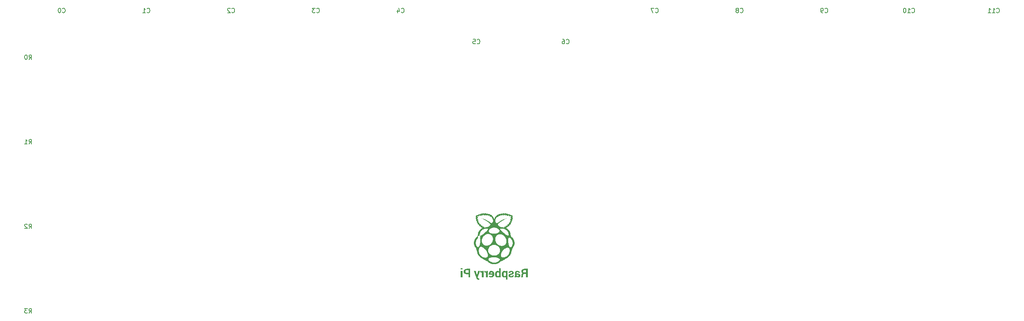
<source format=gbr>
%TF.GenerationSoftware,KiCad,Pcbnew,(6.0.6)*%
%TF.CreationDate,2022-08-30T20:37:50+01:00*%
%TF.ProjectId,RP2040_keyboard,52503230-3430-45f6-9b65-79626f617264,REV1*%
%TF.SameCoordinates,Original*%
%TF.FileFunction,Legend,Bot*%
%TF.FilePolarity,Positive*%
%FSLAX46Y46*%
G04 Gerber Fmt 4.6, Leading zero omitted, Abs format (unit mm)*
G04 Created by KiCad (PCBNEW (6.0.6)) date 2022-08-30 20:37:50*
%MOMM*%
%LPD*%
G01*
G04 APERTURE LIST*
%ADD10C,0.150000*%
%ADD11C,3.048000*%
%ADD12C,3.987800*%
%ADD13C,0.650000*%
%ADD14O,1.300000X1.900000*%
%ADD15O,1.100000X2.200000*%
%ADD16C,4.250000*%
%ADD17R,1.700000X1.700000*%
%ADD18O,1.700000X1.700000*%
%ADD19C,0.600000*%
G04 APERTURE END LIST*
D10*
X112166666Y-61357142D02*
X112214285Y-61404761D01*
X112357142Y-61452380D01*
X112452380Y-61452380D01*
X112595238Y-61404761D01*
X112690476Y-61309523D01*
X112738095Y-61214285D01*
X112785714Y-61023809D01*
X112785714Y-60880952D01*
X112738095Y-60690476D01*
X112690476Y-60595238D01*
X112595238Y-60500000D01*
X112452380Y-60452380D01*
X112357142Y-60452380D01*
X112214285Y-60500000D01*
X112166666Y-60547619D01*
X111833333Y-60452380D02*
X111214285Y-60452380D01*
X111547619Y-60833333D01*
X111404761Y-60833333D01*
X111309523Y-60880952D01*
X111261904Y-60928571D01*
X111214285Y-61023809D01*
X111214285Y-61261904D01*
X111261904Y-61357142D01*
X111309523Y-61404761D01*
X111404761Y-61452380D01*
X111690476Y-61452380D01*
X111785714Y-61404761D01*
X111833333Y-61357142D01*
X207166666Y-61357142D02*
X207214285Y-61404761D01*
X207357142Y-61452380D01*
X207452380Y-61452380D01*
X207595238Y-61404761D01*
X207690476Y-61309523D01*
X207738095Y-61214285D01*
X207785714Y-61023809D01*
X207785714Y-60880952D01*
X207738095Y-60690476D01*
X207690476Y-60595238D01*
X207595238Y-60500000D01*
X207452380Y-60452380D01*
X207357142Y-60452380D01*
X207214285Y-60500000D01*
X207166666Y-60547619D01*
X206595238Y-60880952D02*
X206690476Y-60833333D01*
X206738095Y-60785714D01*
X206785714Y-60690476D01*
X206785714Y-60642857D01*
X206738095Y-60547619D01*
X206690476Y-60500000D01*
X206595238Y-60452380D01*
X206404761Y-60452380D01*
X206309523Y-60500000D01*
X206261904Y-60547619D01*
X206214285Y-60642857D01*
X206214285Y-60690476D01*
X206261904Y-60785714D01*
X206309523Y-60833333D01*
X206404761Y-60880952D01*
X206595238Y-60880952D01*
X206690476Y-60928571D01*
X206738095Y-60976190D01*
X206785714Y-61071428D01*
X206785714Y-61261904D01*
X206738095Y-61357142D01*
X206690476Y-61404761D01*
X206595238Y-61452380D01*
X206404761Y-61452380D01*
X206309523Y-61404761D01*
X206261904Y-61357142D01*
X206214285Y-61261904D01*
X206214285Y-61071428D01*
X206261904Y-60976190D01*
X206309523Y-60928571D01*
X206404761Y-60880952D01*
X47666666Y-90952380D02*
X48000000Y-90476190D01*
X48238095Y-90952380D02*
X48238095Y-89952380D01*
X47857142Y-89952380D01*
X47761904Y-90000000D01*
X47714285Y-90047619D01*
X47666666Y-90142857D01*
X47666666Y-90285714D01*
X47714285Y-90380952D01*
X47761904Y-90428571D01*
X47857142Y-90476190D01*
X48238095Y-90476190D01*
X46714285Y-90952380D02*
X47285714Y-90952380D01*
X47000000Y-90952380D02*
X47000000Y-89952380D01*
X47095238Y-90095238D01*
X47190476Y-90190476D01*
X47285714Y-90238095D01*
X226166666Y-61357142D02*
X226214285Y-61404761D01*
X226357142Y-61452380D01*
X226452380Y-61452380D01*
X226595238Y-61404761D01*
X226690476Y-61309523D01*
X226738095Y-61214285D01*
X226785714Y-61023809D01*
X226785714Y-60880952D01*
X226738095Y-60690476D01*
X226690476Y-60595238D01*
X226595238Y-60500000D01*
X226452380Y-60452380D01*
X226357142Y-60452380D01*
X226214285Y-60500000D01*
X226166666Y-60547619D01*
X225690476Y-61452380D02*
X225500000Y-61452380D01*
X225404761Y-61404761D01*
X225357142Y-61357142D01*
X225261904Y-61214285D01*
X225214285Y-61023809D01*
X225214285Y-60642857D01*
X225261904Y-60547619D01*
X225309523Y-60500000D01*
X225404761Y-60452380D01*
X225595238Y-60452380D01*
X225690476Y-60500000D01*
X225738095Y-60547619D01*
X225785714Y-60642857D01*
X225785714Y-60880952D01*
X225738095Y-60976190D01*
X225690476Y-61023809D01*
X225595238Y-61071428D01*
X225404761Y-61071428D01*
X225309523Y-61023809D01*
X225261904Y-60976190D01*
X225214285Y-60880952D01*
X93166666Y-61357142D02*
X93214285Y-61404761D01*
X93357142Y-61452380D01*
X93452380Y-61452380D01*
X93595238Y-61404761D01*
X93690476Y-61309523D01*
X93738095Y-61214285D01*
X93785714Y-61023809D01*
X93785714Y-60880952D01*
X93738095Y-60690476D01*
X93690476Y-60595238D01*
X93595238Y-60500000D01*
X93452380Y-60452380D01*
X93357142Y-60452380D01*
X93214285Y-60500000D01*
X93166666Y-60547619D01*
X92785714Y-60547619D02*
X92738095Y-60500000D01*
X92642857Y-60452380D01*
X92404761Y-60452380D01*
X92309523Y-60500000D01*
X92261904Y-60547619D01*
X92214285Y-60642857D01*
X92214285Y-60738095D01*
X92261904Y-60880952D01*
X92833333Y-61452380D01*
X92214285Y-61452380D01*
X47666666Y-109952380D02*
X48000000Y-109476190D01*
X48238095Y-109952380D02*
X48238095Y-108952380D01*
X47857142Y-108952380D01*
X47761904Y-109000000D01*
X47714285Y-109047619D01*
X47666666Y-109142857D01*
X47666666Y-109285714D01*
X47714285Y-109380952D01*
X47761904Y-109428571D01*
X47857142Y-109476190D01*
X48238095Y-109476190D01*
X47285714Y-109047619D02*
X47238095Y-109000000D01*
X47142857Y-108952380D01*
X46904761Y-108952380D01*
X46809523Y-109000000D01*
X46761904Y-109047619D01*
X46714285Y-109142857D01*
X46714285Y-109238095D01*
X46761904Y-109380952D01*
X47333333Y-109952380D01*
X46714285Y-109952380D01*
X245642857Y-61357142D02*
X245690476Y-61404761D01*
X245833333Y-61452380D01*
X245928571Y-61452380D01*
X246071428Y-61404761D01*
X246166666Y-61309523D01*
X246214285Y-61214285D01*
X246261904Y-61023809D01*
X246261904Y-60880952D01*
X246214285Y-60690476D01*
X246166666Y-60595238D01*
X246071428Y-60500000D01*
X245928571Y-60452380D01*
X245833333Y-60452380D01*
X245690476Y-60500000D01*
X245642857Y-60547619D01*
X244690476Y-61452380D02*
X245261904Y-61452380D01*
X244976190Y-61452380D02*
X244976190Y-60452380D01*
X245071428Y-60595238D01*
X245166666Y-60690476D01*
X245261904Y-60738095D01*
X244071428Y-60452380D02*
X243976190Y-60452380D01*
X243880952Y-60500000D01*
X243833333Y-60547619D01*
X243785714Y-60642857D01*
X243738095Y-60833333D01*
X243738095Y-61071428D01*
X243785714Y-61261904D01*
X243833333Y-61357142D01*
X243880952Y-61404761D01*
X243976190Y-61452380D01*
X244071428Y-61452380D01*
X244166666Y-61404761D01*
X244214285Y-61357142D01*
X244261904Y-61261904D01*
X244309523Y-61071428D01*
X244309523Y-60833333D01*
X244261904Y-60642857D01*
X244214285Y-60547619D01*
X244166666Y-60500000D01*
X244071428Y-60452380D01*
X47666666Y-128952380D02*
X48000000Y-128476190D01*
X48238095Y-128952380D02*
X48238095Y-127952380D01*
X47857142Y-127952380D01*
X47761904Y-128000000D01*
X47714285Y-128047619D01*
X47666666Y-128142857D01*
X47666666Y-128285714D01*
X47714285Y-128380952D01*
X47761904Y-128428571D01*
X47857142Y-128476190D01*
X48238095Y-128476190D01*
X47333333Y-127952380D02*
X46714285Y-127952380D01*
X47047619Y-128333333D01*
X46904761Y-128333333D01*
X46809523Y-128380952D01*
X46761904Y-128428571D01*
X46714285Y-128523809D01*
X46714285Y-128761904D01*
X46761904Y-128857142D01*
X46809523Y-128904761D01*
X46904761Y-128952380D01*
X47190476Y-128952380D01*
X47285714Y-128904761D01*
X47333333Y-128857142D01*
X148166666Y-68357142D02*
X148214285Y-68404761D01*
X148357142Y-68452380D01*
X148452380Y-68452380D01*
X148595238Y-68404761D01*
X148690476Y-68309523D01*
X148738095Y-68214285D01*
X148785714Y-68023809D01*
X148785714Y-67880952D01*
X148738095Y-67690476D01*
X148690476Y-67595238D01*
X148595238Y-67500000D01*
X148452380Y-67452380D01*
X148357142Y-67452380D01*
X148214285Y-67500000D01*
X148166666Y-67547619D01*
X147261904Y-67452380D02*
X147738095Y-67452380D01*
X147785714Y-67928571D01*
X147738095Y-67880952D01*
X147642857Y-67833333D01*
X147404761Y-67833333D01*
X147309523Y-67880952D01*
X147261904Y-67928571D01*
X147214285Y-68023809D01*
X147214285Y-68261904D01*
X147261904Y-68357142D01*
X147309523Y-68404761D01*
X147404761Y-68452380D01*
X147642857Y-68452380D01*
X147738095Y-68404761D01*
X147785714Y-68357142D01*
X188166666Y-61357142D02*
X188214285Y-61404761D01*
X188357142Y-61452380D01*
X188452380Y-61452380D01*
X188595238Y-61404761D01*
X188690476Y-61309523D01*
X188738095Y-61214285D01*
X188785714Y-61023809D01*
X188785714Y-60880952D01*
X188738095Y-60690476D01*
X188690476Y-60595238D01*
X188595238Y-60500000D01*
X188452380Y-60452380D01*
X188357142Y-60452380D01*
X188214285Y-60500000D01*
X188166666Y-60547619D01*
X187833333Y-60452380D02*
X187166666Y-60452380D01*
X187595238Y-61452380D01*
X74166666Y-61357142D02*
X74214285Y-61404761D01*
X74357142Y-61452380D01*
X74452380Y-61452380D01*
X74595238Y-61404761D01*
X74690476Y-61309523D01*
X74738095Y-61214285D01*
X74785714Y-61023809D01*
X74785714Y-60880952D01*
X74738095Y-60690476D01*
X74690476Y-60595238D01*
X74595238Y-60500000D01*
X74452380Y-60452380D01*
X74357142Y-60452380D01*
X74214285Y-60500000D01*
X74166666Y-60547619D01*
X73214285Y-61452380D02*
X73785714Y-61452380D01*
X73500000Y-61452380D02*
X73500000Y-60452380D01*
X73595238Y-60595238D01*
X73690476Y-60690476D01*
X73785714Y-60738095D01*
X168166666Y-68357142D02*
X168214285Y-68404761D01*
X168357142Y-68452380D01*
X168452380Y-68452380D01*
X168595238Y-68404761D01*
X168690476Y-68309523D01*
X168738095Y-68214285D01*
X168785714Y-68023809D01*
X168785714Y-67880952D01*
X168738095Y-67690476D01*
X168690476Y-67595238D01*
X168595238Y-67500000D01*
X168452380Y-67452380D01*
X168357142Y-67452380D01*
X168214285Y-67500000D01*
X168166666Y-67547619D01*
X167309523Y-67452380D02*
X167500000Y-67452380D01*
X167595238Y-67500000D01*
X167642857Y-67547619D01*
X167738095Y-67690476D01*
X167785714Y-67880952D01*
X167785714Y-68261904D01*
X167738095Y-68357142D01*
X167690476Y-68404761D01*
X167595238Y-68452380D01*
X167404761Y-68452380D01*
X167309523Y-68404761D01*
X167261904Y-68357142D01*
X167214285Y-68261904D01*
X167214285Y-68023809D01*
X167261904Y-67928571D01*
X167309523Y-67880952D01*
X167404761Y-67833333D01*
X167595238Y-67833333D01*
X167690476Y-67880952D01*
X167738095Y-67928571D01*
X167785714Y-68023809D01*
X131166666Y-61357142D02*
X131214285Y-61404761D01*
X131357142Y-61452380D01*
X131452380Y-61452380D01*
X131595238Y-61404761D01*
X131690476Y-61309523D01*
X131738095Y-61214285D01*
X131785714Y-61023809D01*
X131785714Y-60880952D01*
X131738095Y-60690476D01*
X131690476Y-60595238D01*
X131595238Y-60500000D01*
X131452380Y-60452380D01*
X131357142Y-60452380D01*
X131214285Y-60500000D01*
X131166666Y-60547619D01*
X130309523Y-60785714D02*
X130309523Y-61452380D01*
X130547619Y-60404761D02*
X130785714Y-61119047D01*
X130166666Y-61119047D01*
X264642857Y-61357142D02*
X264690476Y-61404761D01*
X264833333Y-61452380D01*
X264928571Y-61452380D01*
X265071428Y-61404761D01*
X265166666Y-61309523D01*
X265214285Y-61214285D01*
X265261904Y-61023809D01*
X265261904Y-60880952D01*
X265214285Y-60690476D01*
X265166666Y-60595238D01*
X265071428Y-60500000D01*
X264928571Y-60452380D01*
X264833333Y-60452380D01*
X264690476Y-60500000D01*
X264642857Y-60547619D01*
X263690476Y-61452380D02*
X264261904Y-61452380D01*
X263976190Y-61452380D02*
X263976190Y-60452380D01*
X264071428Y-60595238D01*
X264166666Y-60690476D01*
X264261904Y-60738095D01*
X262738095Y-61452380D02*
X263309523Y-61452380D01*
X263023809Y-61452380D02*
X263023809Y-60452380D01*
X263119047Y-60595238D01*
X263214285Y-60690476D01*
X263309523Y-60738095D01*
X55166666Y-61357142D02*
X55214285Y-61404761D01*
X55357142Y-61452380D01*
X55452380Y-61452380D01*
X55595238Y-61404761D01*
X55690476Y-61309523D01*
X55738095Y-61214285D01*
X55785714Y-61023809D01*
X55785714Y-60880952D01*
X55738095Y-60690476D01*
X55690476Y-60595238D01*
X55595238Y-60500000D01*
X55452380Y-60452380D01*
X55357142Y-60452380D01*
X55214285Y-60500000D01*
X55166666Y-60547619D01*
X54547619Y-60452380D02*
X54452380Y-60452380D01*
X54357142Y-60500000D01*
X54309523Y-60547619D01*
X54261904Y-60642857D01*
X54214285Y-60833333D01*
X54214285Y-61071428D01*
X54261904Y-61261904D01*
X54309523Y-61357142D01*
X54357142Y-61404761D01*
X54452380Y-61452380D01*
X54547619Y-61452380D01*
X54642857Y-61404761D01*
X54690476Y-61357142D01*
X54738095Y-61261904D01*
X54785714Y-61071428D01*
X54785714Y-60833333D01*
X54738095Y-60642857D01*
X54690476Y-60547619D01*
X54642857Y-60500000D01*
X54547619Y-60452380D01*
X47666666Y-71952380D02*
X48000000Y-71476190D01*
X48238095Y-71952380D02*
X48238095Y-70952380D01*
X47857142Y-70952380D01*
X47761904Y-71000000D01*
X47714285Y-71047619D01*
X47666666Y-71142857D01*
X47666666Y-71285714D01*
X47714285Y-71380952D01*
X47761904Y-71428571D01*
X47857142Y-71476190D01*
X48238095Y-71476190D01*
X47047619Y-70952380D02*
X46952380Y-70952380D01*
X46857142Y-71000000D01*
X46809523Y-71047619D01*
X46761904Y-71142857D01*
X46714285Y-71333333D01*
X46714285Y-71571428D01*
X46761904Y-71761904D01*
X46809523Y-71857142D01*
X46857142Y-71904761D01*
X46952380Y-71952380D01*
X47047619Y-71952380D01*
X47142857Y-71904761D01*
X47190476Y-71857142D01*
X47238095Y-71761904D01*
X47285714Y-71571428D01*
X47285714Y-71333333D01*
X47238095Y-71142857D01*
X47190476Y-71047619D01*
X47142857Y-71000000D01*
X47047619Y-70952380D01*
%TO.C,G\u002A\u002A\u002A*%
G36*
X155904041Y-119480922D02*
G01*
X155974214Y-119491772D01*
X156039443Y-119508272D01*
X156081142Y-119523321D01*
X156140551Y-119552444D01*
X156195725Y-119588993D01*
X156245538Y-119632289D01*
X156266624Y-119654458D01*
X156303155Y-119700912D01*
X156331215Y-119749469D01*
X156351007Y-119800599D01*
X156362733Y-119854770D01*
X156366597Y-119912452D01*
X156365911Y-119937680D01*
X156358943Y-119993121D01*
X156344364Y-120044060D01*
X156322053Y-120090722D01*
X156291890Y-120133333D01*
X156253751Y-120172116D01*
X156207517Y-120207297D01*
X156195139Y-120215235D01*
X156149169Y-120240863D01*
X156096542Y-120265163D01*
X156038959Y-120287459D01*
X155978119Y-120307074D01*
X155915723Y-120323334D01*
X155879970Y-120331618D01*
X155831765Y-120343182D01*
X155790805Y-120353640D01*
X155756187Y-120363305D01*
X155727010Y-120372489D01*
X155702372Y-120381506D01*
X155681370Y-120390670D01*
X155663103Y-120400294D01*
X155646668Y-120410691D01*
X155631165Y-120422174D01*
X155625362Y-120427026D01*
X155603682Y-120451535D01*
X155589248Y-120479392D01*
X155581954Y-120509283D01*
X155581696Y-120539893D01*
X155588368Y-120569909D01*
X155601864Y-120598015D01*
X155622079Y-120622899D01*
X155648907Y-120643245D01*
X155665562Y-120651592D01*
X155700983Y-120662924D01*
X155743622Y-120669739D01*
X155793165Y-120671976D01*
X155805763Y-120671866D01*
X155844712Y-120669935D01*
X155878023Y-120665284D01*
X155908002Y-120657499D01*
X155936956Y-120646167D01*
X155970728Y-120626872D01*
X155999765Y-120600910D01*
X156022003Y-120569256D01*
X156037394Y-120531981D01*
X156045886Y-120489157D01*
X156048986Y-120461053D01*
X156399913Y-120461053D01*
X156401275Y-120489927D01*
X156401468Y-120507857D01*
X156396121Y-120555083D01*
X156382721Y-120602930D01*
X156361738Y-120650575D01*
X156333644Y-120697190D01*
X156298910Y-120741951D01*
X156258007Y-120784033D01*
X156211405Y-120822609D01*
X156164100Y-120853418D01*
X156105960Y-120882237D01*
X156042307Y-120905454D01*
X155974124Y-120922716D01*
X155902396Y-120933668D01*
X155896138Y-120934295D01*
X155841095Y-120937644D01*
X155782242Y-120937825D01*
X155722655Y-120934976D01*
X155665408Y-120929234D01*
X155613575Y-120920737D01*
X155581760Y-120913516D01*
X155515158Y-120893292D01*
X155453944Y-120867445D01*
X155398523Y-120836293D01*
X155349296Y-120800154D01*
X155306666Y-120759346D01*
X155271037Y-120714186D01*
X155242810Y-120664993D01*
X155222390Y-120612085D01*
X155221050Y-120607563D01*
X155216398Y-120590276D01*
X155213282Y-120574453D01*
X155211387Y-120557510D01*
X155210401Y-120536860D01*
X155210011Y-120509916D01*
X155209994Y-120504690D01*
X155211757Y-120457242D01*
X155217383Y-120415836D01*
X155227396Y-120378465D01*
X155242318Y-120343122D01*
X155262674Y-120307800D01*
X155279218Y-120284765D01*
X155314783Y-120246590D01*
X155358622Y-120211251D01*
X155410625Y-120178807D01*
X155470682Y-120149315D01*
X155538680Y-120122835D01*
X155614510Y-120099425D01*
X155698059Y-120079142D01*
X155721246Y-120074139D01*
X155762728Y-120064912D01*
X155797256Y-120056780D01*
X155826034Y-120049442D01*
X155850269Y-120042596D01*
X155871166Y-120035943D01*
X155876420Y-120034124D01*
X155916273Y-120017228D01*
X155947882Y-119997497D01*
X155971499Y-119974625D01*
X155987376Y-119948307D01*
X155995766Y-119918239D01*
X155996922Y-119884116D01*
X155994377Y-119864314D01*
X155983781Y-119831597D01*
X155965832Y-119803285D01*
X155940951Y-119779735D01*
X155909560Y-119761307D01*
X155872081Y-119748359D01*
X155828935Y-119741250D01*
X155802281Y-119739990D01*
X155758117Y-119743114D01*
X155717673Y-119752739D01*
X155682001Y-119768573D01*
X155652153Y-119790325D01*
X155644382Y-119797903D01*
X155621892Y-119826396D01*
X155606348Y-119858907D01*
X155596957Y-119896970D01*
X155591651Y-119930316D01*
X155407202Y-119929158D01*
X155222753Y-119927999D01*
X155221324Y-119905789D01*
X155221281Y-119905085D01*
X155221827Y-119876556D01*
X155226083Y-119843453D01*
X155233511Y-119808912D01*
X155243573Y-119776065D01*
X155251546Y-119756156D01*
X155276946Y-119708837D01*
X155309989Y-119664377D01*
X155349958Y-119623380D01*
X155396135Y-119586449D01*
X155447803Y-119554188D01*
X155504242Y-119527201D01*
X155564736Y-119506091D01*
X155612316Y-119494208D01*
X155683064Y-119482366D01*
X155756547Y-119476211D01*
X155830846Y-119475732D01*
X155904041Y-119480922D01*
G37*
G36*
X159498274Y-120046591D02*
G01*
X159498235Y-120135400D01*
X159498171Y-120221464D01*
X159498083Y-120304375D01*
X159497972Y-120383722D01*
X159497839Y-120459096D01*
X159497686Y-120530089D01*
X159497514Y-120596290D01*
X159497325Y-120657291D01*
X159497119Y-120712683D01*
X159496898Y-120762055D01*
X159496663Y-120804999D01*
X159496415Y-120841105D01*
X159496156Y-120869964D01*
X159495888Y-120891167D01*
X159495610Y-120904304D01*
X159495325Y-120908966D01*
X159493670Y-120909315D01*
X159484275Y-120909921D01*
X159467439Y-120910474D01*
X159444095Y-120910958D01*
X159415178Y-120911361D01*
X159381620Y-120911666D01*
X159344354Y-120911860D01*
X159304314Y-120911927D01*
X159116265Y-120911927D01*
X159116265Y-120156768D01*
X158909997Y-120156768D01*
X158899785Y-120156769D01*
X158848139Y-120156831D01*
X158804333Y-120157054D01*
X158767480Y-120157527D01*
X158736697Y-120158340D01*
X158711099Y-120159581D01*
X158689799Y-120161340D01*
X158671913Y-120163707D01*
X158656557Y-120166771D01*
X158642844Y-120170621D01*
X158629891Y-120175346D01*
X158616811Y-120181036D01*
X158602719Y-120187780D01*
X158578768Y-120201375D01*
X158543995Y-120229174D01*
X158514690Y-120263579D01*
X158491292Y-120304039D01*
X158474240Y-120350000D01*
X158472901Y-120355259D01*
X158470913Y-120365920D01*
X158469228Y-120379612D01*
X158467788Y-120397311D01*
X158466530Y-120419993D01*
X158465396Y-120448632D01*
X158464324Y-120484204D01*
X158463255Y-120527685D01*
X158462613Y-120553475D01*
X158460555Y-120613942D01*
X158457797Y-120666570D01*
X158454201Y-120712099D01*
X158449624Y-120751272D01*
X158443927Y-120784831D01*
X158436969Y-120813516D01*
X158428608Y-120838071D01*
X158418705Y-120859236D01*
X158407118Y-120877753D01*
X158393708Y-120894364D01*
X158377758Y-120912019D01*
X158181752Y-120910863D01*
X157985747Y-120909706D01*
X157984287Y-120896925D01*
X157984252Y-120890809D01*
X157988137Y-120880396D01*
X157998207Y-120868051D01*
X158006751Y-120858518D01*
X158024829Y-120833113D01*
X158040024Y-120802996D01*
X158052962Y-120766794D01*
X158064267Y-120723138D01*
X158064437Y-120722374D01*
X158066951Y-120709805D01*
X158069044Y-120696193D01*
X158070790Y-120680419D01*
X158072260Y-120661362D01*
X158073529Y-120637903D01*
X158074670Y-120608921D01*
X158075754Y-120573295D01*
X158076856Y-120529906D01*
X158077349Y-120509933D01*
X158078693Y-120463938D01*
X158080243Y-120425183D01*
X158082134Y-120392481D01*
X158084505Y-120364646D01*
X158087492Y-120340491D01*
X158091231Y-120318832D01*
X158095859Y-120298480D01*
X158101514Y-120278251D01*
X158108331Y-120256958D01*
X158117135Y-120232800D01*
X158141934Y-120180732D01*
X158172774Y-120135020D01*
X158210038Y-120095225D01*
X158254111Y-120060907D01*
X158305378Y-120031627D01*
X158319595Y-120024822D01*
X158338965Y-120016002D01*
X158355421Y-120009009D01*
X158366457Y-120004939D01*
X158370011Y-120003815D01*
X158379499Y-120000060D01*
X158383296Y-119997259D01*
X158381919Y-119995862D01*
X158374265Y-119990962D01*
X158361405Y-119983713D01*
X158345058Y-119975111D01*
X158338122Y-119971505D01*
X158283371Y-119938124D01*
X158234436Y-119899242D01*
X158191870Y-119855497D01*
X158156225Y-119807524D01*
X158128052Y-119755963D01*
X158107905Y-119701449D01*
X158102027Y-119677701D01*
X158094275Y-119625445D01*
X158093063Y-119595840D01*
X158475906Y-119595840D01*
X158476806Y-119626218D01*
X158479191Y-119653478D01*
X158483061Y-119674799D01*
X158483502Y-119676448D01*
X158498751Y-119719080D01*
X158519923Y-119755676D01*
X158547261Y-119786419D01*
X158581009Y-119811490D01*
X158621408Y-119831073D01*
X158668704Y-119845348D01*
X158723138Y-119854498D01*
X158724506Y-119854644D01*
X158739115Y-119855662D01*
X158761184Y-119856598D01*
X158789464Y-119857424D01*
X158822705Y-119858116D01*
X158859656Y-119858645D01*
X158899068Y-119858985D01*
X158939691Y-119859110D01*
X159116265Y-119859147D01*
X159116265Y-119312216D01*
X158906375Y-119313931D01*
X158875286Y-119314186D01*
X158828948Y-119314615D01*
X158790052Y-119315124D01*
X158757688Y-119315814D01*
X158730948Y-119316785D01*
X158708924Y-119318139D01*
X158690708Y-119319977D01*
X158675391Y-119322399D01*
X158662064Y-119325507D01*
X158649820Y-119329402D01*
X158637749Y-119334184D01*
X158624943Y-119339954D01*
X158610494Y-119346814D01*
X158581142Y-119363965D01*
X158548479Y-119391878D01*
X158520755Y-119426218D01*
X158498697Y-119466050D01*
X158483031Y-119510441D01*
X158482118Y-119514204D01*
X158478561Y-119537012D01*
X158476491Y-119565164D01*
X158475906Y-119595840D01*
X158093063Y-119595840D01*
X158091980Y-119569402D01*
X158094991Y-119511608D01*
X158103155Y-119454099D01*
X158116319Y-119398910D01*
X158134333Y-119348079D01*
X158157516Y-119301486D01*
X158192154Y-119249652D01*
X158233985Y-119202027D01*
X158282470Y-119159028D01*
X158337067Y-119121072D01*
X158397236Y-119088575D01*
X158462437Y-119061953D01*
X158532127Y-119041625D01*
X158541624Y-119039369D01*
X158556900Y-119035790D01*
X158571090Y-119032633D01*
X158584818Y-119029870D01*
X158598707Y-119027472D01*
X158613380Y-119025409D01*
X158629459Y-119023654D01*
X158647569Y-119022176D01*
X158668331Y-119020948D01*
X158692370Y-119019940D01*
X158720308Y-119019123D01*
X158752769Y-119018469D01*
X158790375Y-119017948D01*
X158833749Y-119017532D01*
X158883516Y-119017192D01*
X158940297Y-119016898D01*
X159004716Y-119016623D01*
X159077396Y-119016337D01*
X159498286Y-119014689D01*
X159498286Y-119960347D01*
X159498274Y-120046591D01*
G37*
G36*
X153300745Y-120910871D02*
G01*
X153266875Y-120911100D01*
X153230791Y-120911283D01*
X153202070Y-120911308D01*
X153179861Y-120911142D01*
X153163310Y-120910751D01*
X153151564Y-120910100D01*
X153143770Y-120909155D01*
X153139075Y-120907880D01*
X153136627Y-120906243D01*
X153135571Y-120904208D01*
X153134606Y-120899705D01*
X153132356Y-120887263D01*
X153129240Y-120868896D01*
X153125531Y-120846223D01*
X153121503Y-120820864D01*
X153118298Y-120800581D01*
X153114714Y-120778396D01*
X153111760Y-120760663D01*
X153109678Y-120748825D01*
X153108709Y-120744323D01*
X153106670Y-120746138D01*
X153100111Y-120753614D01*
X153090177Y-120765582D01*
X153078031Y-120780664D01*
X153074484Y-120785045D01*
X153046213Y-120815791D01*
X153013679Y-120845262D01*
X152979562Y-120871202D01*
X152946541Y-120891355D01*
X152943211Y-120893060D01*
X152913835Y-120905967D01*
X152880060Y-120917891D01*
X152845840Y-120927557D01*
X152815128Y-120933692D01*
X152789014Y-120936539D01*
X152739857Y-120938209D01*
X152688103Y-120935974D01*
X152637054Y-120930029D01*
X152590014Y-120920565D01*
X152569906Y-120914966D01*
X152511631Y-120892771D01*
X152457389Y-120862925D01*
X152407456Y-120825760D01*
X152362107Y-120781610D01*
X152321619Y-120730807D01*
X152286269Y-120673684D01*
X152256332Y-120610573D01*
X152232085Y-120541806D01*
X152213804Y-120467716D01*
X152203849Y-120408208D01*
X152195827Y-120332070D01*
X152192289Y-120253673D01*
X152192426Y-120240797D01*
X152577842Y-120240797D01*
X152578216Y-120280652D01*
X152579325Y-120317302D01*
X152581192Y-120348940D01*
X152583844Y-120373761D01*
X152590515Y-120412691D01*
X152603645Y-120465972D01*
X152620446Y-120511527D01*
X152641141Y-120549671D01*
X152665951Y-120580719D01*
X152695098Y-120604984D01*
X152728802Y-120622784D01*
X152767287Y-120634432D01*
X152768570Y-120634697D01*
X152794544Y-120638322D01*
X152825337Y-120640101D01*
X152857572Y-120640038D01*
X152887870Y-120638132D01*
X152912855Y-120634385D01*
X152925706Y-120631289D01*
X152971177Y-120615392D01*
X153010766Y-120593175D01*
X153044167Y-120564840D01*
X153071074Y-120530585D01*
X153083876Y-120510398D01*
X153083876Y-120213425D01*
X153083884Y-120178221D01*
X153083914Y-120123554D01*
X153083907Y-120076688D01*
X153083801Y-120036935D01*
X153083530Y-120003607D01*
X153083031Y-119976017D01*
X153082240Y-119953476D01*
X153081093Y-119935296D01*
X153079527Y-119920791D01*
X153077477Y-119909272D01*
X153074879Y-119900050D01*
X153071670Y-119892439D01*
X153067786Y-119885751D01*
X153063162Y-119879297D01*
X153057735Y-119872389D01*
X153051441Y-119864341D01*
X153034412Y-119845374D01*
X153007952Y-119822997D01*
X152978293Y-119803747D01*
X152948543Y-119789871D01*
X152922948Y-119781953D01*
X152878713Y-119773890D01*
X152833832Y-119772061D01*
X152790146Y-119776362D01*
X152749493Y-119786691D01*
X152713710Y-119802946D01*
X152687620Y-119822299D01*
X152661423Y-119851427D01*
X152638194Y-119888292D01*
X152618146Y-119932490D01*
X152601490Y-119983619D01*
X152588440Y-120041273D01*
X152586106Y-120056663D01*
X152583185Y-120085450D01*
X152580873Y-120120063D01*
X152579195Y-120158696D01*
X152578176Y-120199543D01*
X152577842Y-120240797D01*
X152192426Y-120240797D01*
X152193132Y-120174488D01*
X152198252Y-120095989D01*
X152207546Y-120019648D01*
X152220910Y-119946939D01*
X152238240Y-119879333D01*
X152259434Y-119818304D01*
X152285226Y-119760784D01*
X152320156Y-119698901D01*
X152359518Y-119644689D01*
X152403380Y-119598096D01*
X152451812Y-119559066D01*
X152504881Y-119527546D01*
X152562656Y-119503483D01*
X152625206Y-119486823D01*
X152692599Y-119477511D01*
X152741433Y-119475511D01*
X152804664Y-119479452D01*
X152863604Y-119491150D01*
X152918326Y-119510632D01*
X152968900Y-119537926D01*
X153015399Y-119573057D01*
X153057895Y-119616055D01*
X153083876Y-119646153D01*
X153083876Y-118877344D01*
X153273776Y-118878503D01*
X153463676Y-118879661D01*
X153463676Y-120909706D01*
X153300745Y-120910871D01*
G37*
G36*
X154585310Y-121453865D02*
G01*
X154585310Y-120784109D01*
X154553105Y-120816135D01*
X154547122Y-120821983D01*
X154501310Y-120860528D01*
X154452181Y-120891168D01*
X154399375Y-120914032D01*
X154342527Y-120929252D01*
X154281278Y-120936955D01*
X154215264Y-120937273D01*
X154206153Y-120936780D01*
X154148726Y-120930960D01*
X154096566Y-120920374D01*
X154047399Y-120904447D01*
X153998951Y-120882604D01*
X153964660Y-120862924D01*
X153915569Y-120826570D01*
X153870453Y-120782950D01*
X153829720Y-120732655D01*
X153793780Y-120676280D01*
X153763042Y-120614417D01*
X153737916Y-120547660D01*
X153718809Y-120476600D01*
X153714018Y-120453369D01*
X153707397Y-120414345D01*
X153702544Y-120374225D01*
X153699288Y-120331078D01*
X153697459Y-120282974D01*
X153697163Y-120254495D01*
X154080201Y-120254495D01*
X154081254Y-120285037D01*
X154083819Y-120327547D01*
X154087734Y-120364430D01*
X154093288Y-120397658D01*
X154100769Y-120429202D01*
X154110466Y-120461033D01*
X154116887Y-120479120D01*
X154136600Y-120523114D01*
X154159824Y-120559465D01*
X154187051Y-120588742D01*
X154218776Y-120611513D01*
X154255489Y-120628345D01*
X154258305Y-120629289D01*
X154279820Y-120634179D01*
X154307111Y-120637574D01*
X154337604Y-120639381D01*
X154368724Y-120639507D01*
X154397898Y-120637860D01*
X154422551Y-120634347D01*
X154457367Y-120624662D01*
X154499448Y-120605425D01*
X154536576Y-120579260D01*
X154567916Y-120546671D01*
X154585310Y-120524666D01*
X154585310Y-119902475D01*
X154564975Y-119873978D01*
X154556974Y-119863350D01*
X154525797Y-119830888D01*
X154489561Y-119805666D01*
X154448204Y-119787657D01*
X154401664Y-119776830D01*
X154349878Y-119773156D01*
X154341430Y-119773191D01*
X154311754Y-119774549D01*
X154287109Y-119778316D01*
X154264529Y-119785101D01*
X154241048Y-119795513D01*
X154236871Y-119797664D01*
X154203318Y-119820459D01*
X154173538Y-119850996D01*
X154147645Y-119888953D01*
X154125750Y-119934008D01*
X154107966Y-119985839D01*
X154094407Y-120044125D01*
X154085184Y-120108544D01*
X154080412Y-120178775D01*
X154080201Y-120254495D01*
X153697163Y-120254495D01*
X153696887Y-120227984D01*
X153697178Y-120193511D01*
X153700510Y-120112524D01*
X153707734Y-120038106D01*
X153719054Y-119969149D01*
X153734678Y-119904545D01*
X153754812Y-119843185D01*
X153779664Y-119783961D01*
X153783590Y-119775739D01*
X153807240Y-119732385D01*
X153835180Y-119689580D01*
X153866109Y-119648936D01*
X153898726Y-119612063D01*
X153931728Y-119580572D01*
X153963815Y-119556073D01*
X154010978Y-119528460D01*
X154064894Y-119504898D01*
X154121500Y-119488555D01*
X154182029Y-119479084D01*
X154247709Y-119476138D01*
X154279257Y-119477028D01*
X154333887Y-119483146D01*
X154383675Y-119495392D01*
X154429994Y-119514152D01*
X154474219Y-119539813D01*
X154494958Y-119555143D01*
X154520569Y-119576814D01*
X154546478Y-119601080D01*
X154570112Y-119625521D01*
X154588896Y-119647714D01*
X154590563Y-119649842D01*
X154596879Y-119656886D01*
X154600135Y-119658819D01*
X154600832Y-119655756D01*
X154602560Y-119645111D01*
X154605026Y-119628283D01*
X154608016Y-119606746D01*
X154611317Y-119581977D01*
X154613910Y-119562606D01*
X154617130Y-119539862D01*
X154619953Y-119521349D01*
X154622145Y-119508595D01*
X154623469Y-119503129D01*
X154623736Y-119502962D01*
X154630155Y-119502128D01*
X154644292Y-119501364D01*
X154665171Y-119500691D01*
X154691816Y-119500130D01*
X154723249Y-119499703D01*
X154758493Y-119499431D01*
X154796572Y-119499335D01*
X154967332Y-119499335D01*
X154967332Y-121453865D01*
X154585310Y-121453865D01*
G37*
G36*
X146602821Y-120046585D02*
G01*
X146602782Y-120135395D01*
X146602716Y-120221460D01*
X146602627Y-120304373D01*
X146602514Y-120383722D01*
X146602379Y-120459099D01*
X146602224Y-120530095D01*
X146602049Y-120596300D01*
X146601857Y-120657304D01*
X146601647Y-120712699D01*
X146601423Y-120762075D01*
X146601184Y-120805023D01*
X146600933Y-120841134D01*
X146600670Y-120869997D01*
X146600397Y-120891204D01*
X146600115Y-120904346D01*
X146599825Y-120909013D01*
X146598049Y-120909371D01*
X146588475Y-120909930D01*
X146571478Y-120910388D01*
X146547987Y-120910737D01*
X146518933Y-120910969D01*
X146485247Y-120911073D01*
X146447861Y-120911041D01*
X146407704Y-120910864D01*
X146218591Y-120909706D01*
X146216315Y-120223400D01*
X145987801Y-120223400D01*
X145952248Y-120223377D01*
X145898577Y-120223210D01*
X145852302Y-120222832D01*
X145812490Y-120222185D01*
X145778205Y-120221212D01*
X145748513Y-120219855D01*
X145722479Y-120218058D01*
X145699168Y-120215762D01*
X145677645Y-120212910D01*
X145656977Y-120209445D01*
X145636228Y-120205309D01*
X145614463Y-120200444D01*
X145552888Y-120183323D01*
X145483657Y-120156577D01*
X145419826Y-120123376D01*
X145361721Y-120084045D01*
X145309668Y-120038910D01*
X145263993Y-119988298D01*
X145225022Y-119932534D01*
X145193081Y-119871944D01*
X145168496Y-119806855D01*
X145151592Y-119737591D01*
X145148845Y-119718959D01*
X145145889Y-119685432D01*
X145144318Y-119647496D01*
X145144133Y-119608426D01*
X145526569Y-119608426D01*
X145526997Y-119646728D01*
X145530172Y-119682944D01*
X145536092Y-119713892D01*
X145540461Y-119728801D01*
X145559816Y-119775731D01*
X145585965Y-119817151D01*
X145618481Y-119852650D01*
X145656936Y-119881816D01*
X145700901Y-119904237D01*
X145749948Y-119919503D01*
X145756839Y-119920899D01*
X145767109Y-119922474D01*
X145779625Y-119923806D01*
X145795216Y-119924928D01*
X145814712Y-119925870D01*
X145838944Y-119926665D01*
X145868740Y-119927343D01*
X145904931Y-119927937D01*
X145948347Y-119928478D01*
X145999817Y-119928996D01*
X146216370Y-119931010D01*
X146216370Y-119312767D01*
X146004259Y-119312825D01*
X145977949Y-119312839D01*
X145932173Y-119312915D01*
X145893932Y-119313081D01*
X145862332Y-119313367D01*
X145836475Y-119313801D01*
X145815468Y-119314415D01*
X145798415Y-119315237D01*
X145784419Y-119316297D01*
X145772586Y-119317626D01*
X145762019Y-119319252D01*
X145751824Y-119321206D01*
X145730551Y-119326344D01*
X145683866Y-119343634D01*
X145642516Y-119367927D01*
X145606779Y-119398955D01*
X145576930Y-119436453D01*
X145553243Y-119480154D01*
X145535995Y-119529793D01*
X145533956Y-119538293D01*
X145528888Y-119571220D01*
X145526569Y-119608426D01*
X145144133Y-119608426D01*
X145144130Y-119607765D01*
X145145323Y-119568858D01*
X145147892Y-119533391D01*
X145151836Y-119503982D01*
X145152441Y-119500699D01*
X145169763Y-119431057D01*
X145194804Y-119365581D01*
X145227355Y-119304611D01*
X145267208Y-119248485D01*
X145314156Y-119197540D01*
X145367990Y-119152115D01*
X145381583Y-119142254D01*
X145431193Y-119110455D01*
X145483354Y-119083718D01*
X145539551Y-119061433D01*
X145601268Y-119042987D01*
X145669990Y-119027770D01*
X145677242Y-119026416D01*
X145685576Y-119024977D01*
X145694148Y-119023708D01*
X145703535Y-119022596D01*
X145714313Y-119021628D01*
X145727058Y-119020791D01*
X145742347Y-119020071D01*
X145760756Y-119019455D01*
X145782862Y-119018930D01*
X145809241Y-119018482D01*
X145840469Y-119018098D01*
X145877123Y-119017764D01*
X145919779Y-119017468D01*
X145969014Y-119017196D01*
X146025404Y-119016934D01*
X146089525Y-119016670D01*
X146161954Y-119016389D01*
X146602834Y-119014707D01*
X146602834Y-119960356D01*
X146602821Y-120046585D01*
G37*
G36*
X147857351Y-119513772D02*
G01*
X147858522Y-119517194D01*
X147862250Y-119528939D01*
X147868224Y-119548198D01*
X147876265Y-119574381D01*
X147886194Y-119606898D01*
X147897832Y-119645161D01*
X147911001Y-119688579D01*
X147925520Y-119736565D01*
X147941212Y-119788527D01*
X147957898Y-119843878D01*
X147975398Y-119902028D01*
X147993535Y-119962388D01*
X148007011Y-120007206D01*
X148024549Y-120065320D01*
X148041275Y-120120506D01*
X148057016Y-120172207D01*
X148071599Y-120219862D01*
X148084852Y-120262914D01*
X148096603Y-120300804D01*
X148106678Y-120332973D01*
X148114904Y-120358863D01*
X148121109Y-120377916D01*
X148125121Y-120389572D01*
X148126766Y-120393273D01*
X148127374Y-120392139D01*
X148129919Y-120383924D01*
X148133283Y-120370023D01*
X148136907Y-120352683D01*
X148137037Y-120352051D01*
X148139387Y-120342553D01*
X148143963Y-120325447D01*
X148150552Y-120301469D01*
X148158944Y-120271351D01*
X148168928Y-120235829D01*
X148180292Y-120195637D01*
X148192824Y-120151509D01*
X148206313Y-120104179D01*
X148220548Y-120054382D01*
X148235317Y-120002851D01*
X148250409Y-119950322D01*
X148265613Y-119897528D01*
X148280716Y-119845203D01*
X148295508Y-119794083D01*
X148309777Y-119744900D01*
X148323312Y-119698391D01*
X148335901Y-119655288D01*
X148347333Y-119616326D01*
X148357397Y-119582239D01*
X148365880Y-119553762D01*
X148372572Y-119531628D01*
X148377261Y-119516573D01*
X148379736Y-119509330D01*
X148383930Y-119499335D01*
X148588363Y-119499335D01*
X148625248Y-119499380D01*
X148664439Y-119499531D01*
X148700006Y-119499779D01*
X148731072Y-119500111D01*
X148756761Y-119500515D01*
X148776196Y-119500981D01*
X148788499Y-119501496D01*
X148792795Y-119502049D01*
X148792793Y-119502065D01*
X148791225Y-119506774D01*
X148786840Y-119519402D01*
X148779792Y-119539515D01*
X148770236Y-119566679D01*
X148758325Y-119600457D01*
X148744214Y-119640414D01*
X148728055Y-119686117D01*
X148710004Y-119737129D01*
X148690213Y-119793016D01*
X148668838Y-119853343D01*
X148646031Y-119917674D01*
X148621948Y-119985575D01*
X148596741Y-120056610D01*
X148570565Y-120130345D01*
X148543573Y-120206344D01*
X148294351Y-120907926D01*
X148322495Y-120977669D01*
X148328475Y-120992186D01*
X148349127Y-121037383D01*
X148369930Y-121074729D01*
X148391501Y-121105007D01*
X148414457Y-121129001D01*
X148439416Y-121147496D01*
X148466994Y-121161276D01*
X148467115Y-121161325D01*
X148477931Y-121165338D01*
X148488326Y-121168170D01*
X148500161Y-121170024D01*
X148515298Y-121171102D01*
X148535596Y-121171608D01*
X148562916Y-121171746D01*
X148577783Y-121171806D01*
X148599649Y-121172102D01*
X148617132Y-121172601D01*
X148628732Y-121173254D01*
X148632948Y-121174012D01*
X148633094Y-121175117D01*
X148634368Y-121183445D01*
X148636813Y-121198983D01*
X148640257Y-121220651D01*
X148644528Y-121247371D01*
X148649453Y-121278061D01*
X148654862Y-121311643D01*
X148657338Y-121327050D01*
X148662468Y-121359380D01*
X148666967Y-121388290D01*
X148670672Y-121412710D01*
X148673424Y-121431571D01*
X148675062Y-121443803D01*
X148675425Y-121448337D01*
X148674893Y-121448657D01*
X148667869Y-121450849D01*
X148654438Y-121454174D01*
X148636472Y-121458240D01*
X148615839Y-121462653D01*
X148594409Y-121467021D01*
X148574053Y-121470951D01*
X148556639Y-121474051D01*
X148544037Y-121475928D01*
X148485189Y-121479548D01*
X148424990Y-121476832D01*
X148366025Y-121468006D01*
X148310280Y-121453369D01*
X148259742Y-121433220D01*
X148248458Y-121427658D01*
X148232906Y-121419204D01*
X148219357Y-121410294D01*
X148205807Y-121399408D01*
X148190253Y-121385024D01*
X148170690Y-121365621D01*
X148155566Y-121349909D01*
X148114507Y-121301436D01*
X148078291Y-121248815D01*
X148045278Y-121189747D01*
X148043563Y-121186156D01*
X148038596Y-121174574D01*
X148031682Y-121157280D01*
X148022750Y-121134083D01*
X148011732Y-121104791D01*
X147998559Y-121069212D01*
X147983162Y-121027156D01*
X147965471Y-120978431D01*
X147945417Y-120922845D01*
X147922931Y-120860208D01*
X147897944Y-120790326D01*
X147870387Y-120713010D01*
X147840191Y-120628068D01*
X147807286Y-120535308D01*
X147771603Y-120434538D01*
X147733073Y-120325568D01*
X147725800Y-120304982D01*
X147696943Y-120223251D01*
X147668941Y-120143852D01*
X147641933Y-120067187D01*
X147616060Y-119993659D01*
X147591464Y-119923672D01*
X147568285Y-119857627D01*
X147546664Y-119795928D01*
X147526741Y-119738977D01*
X147508659Y-119687178D01*
X147492556Y-119640933D01*
X147478575Y-119600646D01*
X147466856Y-119566719D01*
X147457540Y-119539554D01*
X147450768Y-119519555D01*
X147446680Y-119507125D01*
X147445417Y-119502667D01*
X147448720Y-119502098D01*
X147460106Y-119501453D01*
X147478743Y-119500866D01*
X147503738Y-119500354D01*
X147534198Y-119499930D01*
X147569231Y-119499610D01*
X147607942Y-119499406D01*
X147649440Y-119499335D01*
X147851521Y-119499335D01*
X147857351Y-119513772D01*
G37*
G36*
X155688387Y-111584971D02*
G01*
X155728639Y-111655395D01*
X155768892Y-111725818D01*
X155804312Y-111749049D01*
X155840159Y-111773460D01*
X155923361Y-111837287D01*
X156003260Y-111908687D01*
X156079433Y-111987032D01*
X156151460Y-112071696D01*
X156218917Y-112162051D01*
X156281383Y-112257471D01*
X156338436Y-112357329D01*
X156389654Y-112460997D01*
X156434615Y-112567850D01*
X156472896Y-112677259D01*
X156504076Y-112788599D01*
X156523339Y-112875720D01*
X156539573Y-112973841D01*
X156549673Y-113071896D01*
X156553178Y-113155676D01*
X156553871Y-113172250D01*
X156552402Y-113277267D01*
X156547986Y-113348217D01*
X156533685Y-113464114D01*
X156510748Y-113579001D01*
X156479326Y-113692520D01*
X156439565Y-113804310D01*
X156391614Y-113914010D01*
X156335622Y-114021260D01*
X156271738Y-114125701D01*
X156200108Y-114226971D01*
X156120883Y-114324710D01*
X156087821Y-114362904D01*
X156075890Y-114420216D01*
X156068257Y-114455938D01*
X156058227Y-114499966D01*
X156047552Y-114543350D01*
X156035930Y-114587075D01*
X156023060Y-114632127D01*
X156008640Y-114679490D01*
X155992367Y-114730150D01*
X155973940Y-114785093D01*
X155953056Y-114845303D01*
X155940879Y-114879538D01*
X155929415Y-114911766D01*
X155902714Y-114985468D01*
X155896687Y-115001996D01*
X155882416Y-115041273D01*
X155870743Y-115073789D01*
X155861322Y-115100694D01*
X155853804Y-115123136D01*
X155847842Y-115142263D01*
X155843088Y-115159224D01*
X155839194Y-115175167D01*
X155835814Y-115191241D01*
X155832599Y-115208595D01*
X155829203Y-115228377D01*
X155805104Y-115347720D01*
X155771399Y-115471389D01*
X155729355Y-115592113D01*
X155679059Y-115709685D01*
X155620602Y-115823900D01*
X155554071Y-115934550D01*
X155479555Y-116041430D01*
X155409424Y-116129463D01*
X155328563Y-116219562D01*
X155241499Y-116306121D01*
X155149582Y-116387805D01*
X155054158Y-116463277D01*
X155007021Y-116497200D01*
X154945363Y-116538467D01*
X154883224Y-116576790D01*
X154821896Y-116611445D01*
X154762674Y-116641709D01*
X154706851Y-116666858D01*
X154655723Y-116686168D01*
X154643055Y-116690722D01*
X154630549Y-116696135D01*
X154617345Y-116703040D01*
X154602167Y-116712211D01*
X154583736Y-116724420D01*
X154560774Y-116740441D01*
X154532005Y-116761048D01*
X154480483Y-116798007D01*
X154401631Y-116853616D01*
X154337041Y-116898009D01*
X154327847Y-116904328D01*
X154258148Y-116950755D01*
X154191555Y-116993510D01*
X154127085Y-117033205D01*
X154063757Y-117070453D01*
X154000588Y-117105866D01*
X153936599Y-117140056D01*
X153870807Y-117173636D01*
X153822112Y-117197412D01*
X153770075Y-117221813D01*
X153716609Y-117245993D01*
X153663258Y-117269289D01*
X153611566Y-117291040D01*
X153563075Y-117310585D01*
X153519331Y-117327260D01*
X153481876Y-117340405D01*
X153473462Y-117343321D01*
X153463179Y-117347633D01*
X153453311Y-117353149D01*
X153442498Y-117360866D01*
X153429383Y-117371780D01*
X153412607Y-117386886D01*
X153390812Y-117407181D01*
X153352961Y-117442312D01*
X153311060Y-117480086D01*
X153271747Y-117514126D01*
X153233189Y-117546011D01*
X153193558Y-117577321D01*
X153112427Y-117637153D01*
X153001085Y-117710147D01*
X152887002Y-117774732D01*
X152770242Y-117830882D01*
X152650867Y-117878573D01*
X152528940Y-117917781D01*
X152404524Y-117948481D01*
X152277682Y-117970649D01*
X152148477Y-117984260D01*
X152143227Y-117984625D01*
X152079049Y-117987658D01*
X152009657Y-117988607D01*
X151937840Y-117987549D01*
X151866383Y-117984559D01*
X151798073Y-117979712D01*
X151735695Y-117973085D01*
X151635175Y-117957409D01*
X151510284Y-117929936D01*
X151387666Y-117893954D01*
X151267494Y-117849546D01*
X151149940Y-117796800D01*
X151035176Y-117735800D01*
X150923374Y-117666634D01*
X150814708Y-117589386D01*
X150709347Y-117504142D01*
X150607466Y-117410989D01*
X150549651Y-117354908D01*
X150469693Y-117324986D01*
X150455685Y-117319713D01*
X150344462Y-117275559D01*
X150235498Y-117228067D01*
X150127891Y-117176735D01*
X150020739Y-117121057D01*
X149913142Y-117060527D01*
X149804196Y-116994642D01*
X149693002Y-116922897D01*
X149578656Y-116844786D01*
X149576101Y-116842952D01*
X150687422Y-116842952D01*
X150687653Y-116863654D01*
X150688678Y-116880167D01*
X150691040Y-116893598D01*
X150695283Y-116906955D01*
X150701950Y-116923244D01*
X150703233Y-116926197D01*
X150729293Y-116976894D01*
X150763469Y-117029151D01*
X150805272Y-117082463D01*
X150854212Y-117136324D01*
X150909802Y-117190228D01*
X150971552Y-117243670D01*
X151038973Y-117296143D01*
X151111578Y-117347141D01*
X151147489Y-117370553D01*
X151249924Y-117431318D01*
X151353721Y-117484185D01*
X151458459Y-117529003D01*
X151563721Y-117565621D01*
X151669085Y-117593885D01*
X151774133Y-117613644D01*
X151878445Y-117624746D01*
X151934912Y-117627559D01*
X152031178Y-117627973D01*
X152123773Y-117622317D01*
X152214697Y-117610369D01*
X152305950Y-117591907D01*
X152399533Y-117566706D01*
X152449919Y-117550570D01*
X152549005Y-117513145D01*
X152647558Y-117468644D01*
X152744243Y-117417846D01*
X152837722Y-117361529D01*
X152926659Y-117300473D01*
X153009717Y-117235454D01*
X153085559Y-117167253D01*
X153114038Y-117138783D01*
X153152802Y-117096604D01*
X153185857Y-117056160D01*
X153212702Y-117018121D01*
X153232839Y-116983159D01*
X153245768Y-116951944D01*
X153250154Y-116934092D01*
X153252639Y-116898009D01*
X153247506Y-116861404D01*
X153234954Y-116826582D01*
X153232727Y-116822236D01*
X153216040Y-116796658D01*
X153192868Y-116769242D01*
X153164625Y-116741403D01*
X153132729Y-116714560D01*
X153098594Y-116690130D01*
X153092418Y-116686133D01*
X153031153Y-116650344D01*
X152961922Y-116616190D01*
X152885455Y-116583886D01*
X152802480Y-116553646D01*
X152713726Y-116525686D01*
X152619921Y-116500220D01*
X152521796Y-116477464D01*
X152420078Y-116457633D01*
X152315496Y-116440942D01*
X152208780Y-116427605D01*
X152181477Y-116424981D01*
X152130776Y-116421336D01*
X152074017Y-116418499D01*
X152012855Y-116416474D01*
X151948948Y-116415269D01*
X151883949Y-116414887D01*
X151819515Y-116415336D01*
X151757301Y-116416619D01*
X151698962Y-116418744D01*
X151646156Y-116421716D01*
X151600536Y-116425540D01*
X151591201Y-116426512D01*
X151496393Y-116438077D01*
X151404567Y-116452334D01*
X151316174Y-116469109D01*
X151231670Y-116488229D01*
X151151506Y-116509521D01*
X151076137Y-116532810D01*
X151006015Y-116557923D01*
X150941594Y-116584687D01*
X150883327Y-116612929D01*
X150831667Y-116642474D01*
X150787068Y-116673149D01*
X150749983Y-116704781D01*
X150720864Y-116737196D01*
X150700166Y-116770221D01*
X150694614Y-116782207D01*
X150690740Y-116793399D01*
X150688561Y-116805478D01*
X150687611Y-116821107D01*
X150687422Y-116842952D01*
X149576101Y-116842952D01*
X149460259Y-116759806D01*
X149442454Y-116746829D01*
X149415945Y-116728006D01*
X149394660Y-116713714D01*
X149377527Y-116703278D01*
X149363473Y-116696024D01*
X149351427Y-116691277D01*
X149297098Y-116671386D01*
X149230353Y-116641820D01*
X149160639Y-116605888D01*
X149088933Y-116564192D01*
X149016208Y-116517335D01*
X148943440Y-116465918D01*
X148871606Y-116410545D01*
X148801679Y-116351816D01*
X148778084Y-116330417D01*
X148750068Y-116303807D01*
X148719605Y-116273930D01*
X148688202Y-116242324D01*
X148657368Y-116210524D01*
X148628608Y-116180065D01*
X148603431Y-116152485D01*
X148583344Y-116129319D01*
X148506843Y-116032032D01*
X148433835Y-115926451D01*
X148369095Y-115818093D01*
X148312422Y-115706522D01*
X148263614Y-115591300D01*
X148222467Y-115471990D01*
X148188781Y-115348156D01*
X148162353Y-115219360D01*
X148161734Y-115215812D01*
X148157984Y-115195012D01*
X148154331Y-115176664D01*
X148150370Y-115159424D01*
X148145694Y-115141946D01*
X148139898Y-115122886D01*
X148132577Y-115100898D01*
X148123326Y-115074638D01*
X148111738Y-115042759D01*
X148097409Y-115003918D01*
X148069573Y-114927956D01*
X148067336Y-114921691D01*
X148544670Y-114921691D01*
X148545463Y-114981707D01*
X148545809Y-114994648D01*
X148551998Y-115102486D01*
X148564117Y-115204674D01*
X148582399Y-115302279D01*
X148607079Y-115396369D01*
X148638393Y-115488012D01*
X148676574Y-115578276D01*
X148694372Y-115614320D01*
X148730350Y-115677666D01*
X148773012Y-115743247D01*
X148821504Y-115810096D01*
X148874974Y-115877244D01*
X148932568Y-115943723D01*
X148993434Y-116008564D01*
X149056718Y-116070799D01*
X149121569Y-116129459D01*
X149187131Y-116183577D01*
X149252554Y-116232183D01*
X149287062Y-116255661D01*
X149381177Y-116313230D01*
X149477556Y-116363054D01*
X149575636Y-116404910D01*
X149674853Y-116438573D01*
X149774645Y-116463818D01*
X149874449Y-116480420D01*
X149897860Y-116483050D01*
X149979674Y-116488429D01*
X150058847Y-116487717D01*
X150134640Y-116481033D01*
X150206313Y-116468498D01*
X150273128Y-116450231D01*
X150334345Y-116426352D01*
X150389225Y-116396981D01*
X150415558Y-116378221D01*
X150447969Y-116346918D01*
X150476152Y-116308868D01*
X150500479Y-116263546D01*
X150521319Y-116210428D01*
X150522517Y-116206837D01*
X150533796Y-116169249D01*
X150542310Y-116132199D01*
X150548436Y-116093354D01*
X150552549Y-116050382D01*
X150555024Y-116000948D01*
X150555571Y-115939744D01*
X150552756Y-115876788D01*
X150546284Y-115811669D01*
X150535946Y-115741520D01*
X150526940Y-115692449D01*
X150501914Y-115584441D01*
X150469825Y-115475261D01*
X150431226Y-115366116D01*
X150386672Y-115258212D01*
X150336719Y-115152758D01*
X150281921Y-115050962D01*
X150222832Y-114954030D01*
X150160008Y-114863171D01*
X150119413Y-114811767D01*
X150649215Y-114811767D01*
X150649310Y-114857175D01*
X150650509Y-114901131D01*
X150652810Y-114941180D01*
X150656216Y-114974868D01*
X150664996Y-115030559D01*
X150687293Y-115128553D01*
X150717797Y-115223431D01*
X150756341Y-115314919D01*
X150802759Y-115402745D01*
X150856884Y-115486636D01*
X150918548Y-115566320D01*
X150987586Y-115641524D01*
X151063831Y-115711976D01*
X151147115Y-115777403D01*
X151188751Y-115806345D01*
X151280812Y-115862438D01*
X151377415Y-115911041D01*
X151448012Y-115939744D01*
X151478183Y-115952011D01*
X151582740Y-115985203D01*
X151690709Y-116010474D01*
X151801714Y-116027679D01*
X151822757Y-116029776D01*
X151853073Y-116032045D01*
X151887123Y-116033994D01*
X151922810Y-116035546D01*
X151958037Y-116036627D01*
X151990706Y-116037161D01*
X152018719Y-116037072D01*
X152039979Y-116036284D01*
X152061071Y-116034742D01*
X152173466Y-116022374D01*
X152280588Y-116003245D01*
X152383096Y-115977137D01*
X152481649Y-115943834D01*
X152540522Y-115918669D01*
X153498581Y-115918669D01*
X153499072Y-116000042D01*
X153506085Y-116076489D01*
X153512719Y-116114550D01*
X153526597Y-116168387D01*
X153544952Y-116219199D01*
X153567218Y-116265845D01*
X153592824Y-116307183D01*
X153621205Y-116342073D01*
X153651792Y-116369372D01*
X153658530Y-116374077D01*
X153688403Y-116391143D01*
X153725107Y-116407419D01*
X153767031Y-116422317D01*
X153812561Y-116435246D01*
X153860083Y-116445615D01*
X153867665Y-116446870D01*
X153893589Y-116449854D01*
X153925605Y-116452169D01*
X153961689Y-116453783D01*
X153999815Y-116454660D01*
X154037956Y-116454769D01*
X154074087Y-116454074D01*
X154106182Y-116452543D01*
X154132214Y-116450141D01*
X154179156Y-116443266D01*
X154283542Y-116421504D01*
X154386362Y-116391032D01*
X154487531Y-116351888D01*
X154586967Y-116304112D01*
X154684583Y-116247742D01*
X154780297Y-116182816D01*
X154874023Y-116109374D01*
X154882208Y-116102408D01*
X154910605Y-116077002D01*
X154942436Y-116047012D01*
X154976011Y-116014141D01*
X155009638Y-115980092D01*
X155041628Y-115946567D01*
X155070290Y-115915268D01*
X155093933Y-115887898D01*
X155095584Y-115885904D01*
X155126681Y-115847710D01*
X155152837Y-115814060D01*
X155175227Y-115783188D01*
X155195021Y-115753332D01*
X155213393Y-115722725D01*
X155231514Y-115689605D01*
X155250558Y-115652207D01*
X155288686Y-115571417D01*
X155337196Y-115453782D01*
X155376901Y-115337130D01*
X155407813Y-115221420D01*
X155429940Y-115106612D01*
X155443295Y-114992665D01*
X155447886Y-114879538D01*
X155447566Y-114840684D01*
X155444914Y-114776933D01*
X155439371Y-114718781D01*
X155430672Y-114664347D01*
X155418552Y-114611752D01*
X155402745Y-114559116D01*
X155398843Y-114547676D01*
X155376165Y-114490952D01*
X155350233Y-114441625D01*
X155320502Y-114398771D01*
X155286429Y-114361466D01*
X155271595Y-114348552D01*
X155235478Y-114324328D01*
X155192281Y-114303286D01*
X155142964Y-114285858D01*
X155088490Y-114272476D01*
X155077213Y-114270539D01*
X155045847Y-114267107D01*
X155009432Y-114265184D01*
X154970564Y-114264767D01*
X154931834Y-114265858D01*
X154895836Y-114268453D01*
X154865163Y-114272553D01*
X154782636Y-114290958D01*
X154692313Y-114319240D01*
X154601092Y-114356120D01*
X154509152Y-114401493D01*
X154416669Y-114455256D01*
X154323823Y-114517303D01*
X154230791Y-114587532D01*
X154137751Y-114665839D01*
X154044880Y-114752118D01*
X154000092Y-114796654D01*
X153958434Y-114840690D01*
X153940656Y-114859483D01*
X153887301Y-114921003D01*
X153838874Y-114982705D01*
X153794225Y-115046082D01*
X153752202Y-115112624D01*
X153711654Y-115183823D01*
X153705153Y-115195907D01*
X153660757Y-115285021D01*
X153621262Y-115376246D01*
X153586872Y-115468703D01*
X153557790Y-115561511D01*
X153534216Y-115653791D01*
X153516356Y-115744664D01*
X153504409Y-115833250D01*
X153498581Y-115918669D01*
X152540522Y-115918669D01*
X152576906Y-115903117D01*
X152669527Y-115854768D01*
X152760171Y-115798572D01*
X152799648Y-115770614D01*
X152850511Y-115730652D01*
X152901214Y-115686808D01*
X152949749Y-115640913D01*
X152994110Y-115594799D01*
X153032288Y-115550297D01*
X153071449Y-115498487D01*
X153126388Y-115414469D01*
X153173891Y-115326766D01*
X153213669Y-115236064D01*
X153245435Y-115143050D01*
X153268897Y-115048411D01*
X153283768Y-114952833D01*
X153284249Y-114948158D01*
X153286401Y-114917507D01*
X153287662Y-114880877D01*
X153288056Y-114840690D01*
X153287603Y-114799369D01*
X153286327Y-114759338D01*
X153284249Y-114723020D01*
X153281392Y-114692837D01*
X153281221Y-114691454D01*
X153264745Y-114594417D01*
X153239937Y-114499858D01*
X153207091Y-114408142D01*
X153166500Y-114319632D01*
X153118458Y-114234692D01*
X153063260Y-114153684D01*
X153001199Y-114076974D01*
X152932568Y-114004923D01*
X152857662Y-113937897D01*
X152776774Y-113876258D01*
X152690199Y-113820369D01*
X152598229Y-113770596D01*
X152501159Y-113727301D01*
X152464777Y-113713215D01*
X152376480Y-113683529D01*
X152288272Y-113660543D01*
X152198337Y-113643893D01*
X152104861Y-113633217D01*
X152006030Y-113628150D01*
X151988833Y-113627817D01*
X151902947Y-113628466D01*
X151822411Y-113633320D01*
X151745018Y-113642631D01*
X151668557Y-113656651D01*
X151590822Y-113675633D01*
X151536087Y-113691704D01*
X151435737Y-113727505D01*
X151339921Y-113770064D01*
X151248947Y-113819048D01*
X151163124Y-113874121D01*
X151082762Y-113934950D01*
X151008170Y-114001201D01*
X150939655Y-114072540D01*
X150877528Y-114148632D01*
X150822097Y-114229144D01*
X150773671Y-114313742D01*
X150732559Y-114402091D01*
X150699069Y-114493857D01*
X150673512Y-114588707D01*
X150656195Y-114686306D01*
X150655555Y-114691374D01*
X150652337Y-114726412D01*
X150650224Y-114767361D01*
X150649215Y-114811767D01*
X150119413Y-114811767D01*
X150094003Y-114779591D01*
X150088515Y-114773156D01*
X150053015Y-114733007D01*
X150012206Y-114688974D01*
X149967492Y-114642458D01*
X149920277Y-114594856D01*
X149871968Y-114547569D01*
X149823969Y-114501996D01*
X149777686Y-114459536D01*
X149734523Y-114421588D01*
X149683763Y-114379181D01*
X149599621Y-114313731D01*
X149517693Y-114256188D01*
X149438130Y-114206644D01*
X149361086Y-114165192D01*
X149286714Y-114131924D01*
X149215168Y-114106935D01*
X149154485Y-114091806D01*
X149086717Y-114082074D01*
X149021297Y-114080473D01*
X148958548Y-114086966D01*
X148898795Y-114101516D01*
X148842362Y-114124088D01*
X148789573Y-114154645D01*
X148786945Y-114156467D01*
X148757839Y-114181491D01*
X148729397Y-114214620D01*
X148701921Y-114255144D01*
X148675715Y-114302355D01*
X148651082Y-114355543D01*
X148628327Y-114413999D01*
X148607752Y-114477012D01*
X148589660Y-114543874D01*
X148574356Y-114613875D01*
X148562143Y-114686306D01*
X148558543Y-114712271D01*
X148552195Y-114765742D01*
X148547874Y-114816565D01*
X148545420Y-114867596D01*
X148544670Y-114921691D01*
X148067336Y-114921691D01*
X148042948Y-114853386D01*
X148019328Y-114784883D01*
X147998385Y-114721394D01*
X147979791Y-114661867D01*
X147963217Y-114605246D01*
X147948334Y-114550480D01*
X147934815Y-114496514D01*
X147922331Y-114442294D01*
X147917260Y-114419546D01*
X147911961Y-114396930D01*
X147907534Y-114380313D01*
X147903453Y-114368180D01*
X147899191Y-114359013D01*
X147894221Y-114351295D01*
X147888016Y-114343511D01*
X147885349Y-114340320D01*
X147874764Y-114327495D01*
X147860675Y-114310277D01*
X147844602Y-114290526D01*
X147828061Y-114270100D01*
X147759273Y-114179644D01*
X147689740Y-114075015D01*
X147628518Y-113967381D01*
X147575642Y-113856824D01*
X147531146Y-113743425D01*
X147495065Y-113627266D01*
X147467434Y-113508426D01*
X147448289Y-113386989D01*
X147446754Y-113372952D01*
X147443709Y-113333784D01*
X147441593Y-113288793D01*
X147440404Y-113240075D01*
X147440144Y-113189722D01*
X147440749Y-113144504D01*
X147870634Y-113144504D01*
X147870950Y-113190110D01*
X147871953Y-113234056D01*
X147873643Y-113274561D01*
X147876019Y-113309844D01*
X147879082Y-113338125D01*
X147891891Y-113416654D01*
X147914034Y-113517102D01*
X147942193Y-113612826D01*
X147976791Y-113705217D01*
X148018251Y-113795663D01*
X148049569Y-113854868D01*
X148091020Y-113923390D01*
X148135386Y-113985878D01*
X148183800Y-114043900D01*
X148237397Y-114099028D01*
X148244388Y-114105700D01*
X148263107Y-114123085D01*
X148277562Y-114135453D01*
X148289180Y-114143872D01*
X148299388Y-114149412D01*
X148309612Y-114153141D01*
X148321456Y-114156186D01*
X148353251Y-114159347D01*
X148384390Y-114154685D01*
X148415483Y-114141981D01*
X148447139Y-114121013D01*
X148479969Y-114091562D01*
X148491538Y-114079458D01*
X148526358Y-114036947D01*
X148560281Y-113986163D01*
X148593369Y-113926989D01*
X148625687Y-113859306D01*
X148657295Y-113782994D01*
X148688258Y-113697936D01*
X148707561Y-113639238D01*
X148742552Y-113518997D01*
X148773933Y-113391700D01*
X148801553Y-113258114D01*
X148825261Y-113119004D01*
X148844904Y-112975138D01*
X148860332Y-112827282D01*
X148861384Y-112813424D01*
X148862913Y-112784360D01*
X148864144Y-112749228D01*
X148865078Y-112709385D01*
X148865371Y-112689577D01*
X149204001Y-112689577D01*
X149204006Y-112691273D01*
X149204635Y-112744040D01*
X149206338Y-112790183D01*
X149209366Y-112831860D01*
X149213971Y-112871229D01*
X149220402Y-112910449D01*
X149228911Y-112951678D01*
X149239749Y-112997073D01*
X149263917Y-113080027D01*
X149298684Y-113171268D01*
X149340853Y-113258546D01*
X149390043Y-113341079D01*
X149445869Y-113418083D01*
X149469142Y-113445417D01*
X149498387Y-113476692D01*
X149530827Y-113509031D01*
X149564365Y-113540412D01*
X149596907Y-113568812D01*
X149626357Y-113592212D01*
X149665333Y-113619871D01*
X149746244Y-113669413D01*
X149830909Y-113711036D01*
X149919573Y-113744843D01*
X150012482Y-113770933D01*
X150109881Y-113789406D01*
X150133207Y-113792095D01*
X150164322Y-113794449D01*
X150200002Y-113796265D01*
X150238041Y-113797492D01*
X150276228Y-113798077D01*
X150312356Y-113797970D01*
X150344216Y-113797119D01*
X150369600Y-113795472D01*
X150476030Y-113780795D01*
X150581239Y-113757471D01*
X150684681Y-113725715D01*
X150785943Y-113685726D01*
X150884613Y-113637706D01*
X150980279Y-113581855D01*
X151072529Y-113518374D01*
X151160950Y-113447463D01*
X151245129Y-113369323D01*
X151287378Y-113325617D01*
X151364558Y-113236579D01*
X151434600Y-113142955D01*
X151497293Y-113045187D01*
X151552426Y-112943720D01*
X151599790Y-112838995D01*
X151639172Y-112731457D01*
X151670364Y-112621550D01*
X151693153Y-112509715D01*
X151707331Y-112396397D01*
X151709365Y-112364311D01*
X151709703Y-112351651D01*
X152227224Y-112351651D01*
X152228256Y-112421128D01*
X152232423Y-112486410D01*
X152240018Y-112550301D01*
X152251334Y-112615607D01*
X152266662Y-112685135D01*
X152267625Y-112689117D01*
X152298440Y-112797306D01*
X152337549Y-112903403D01*
X152384519Y-113006821D01*
X152438920Y-113106977D01*
X152500318Y-113203285D01*
X152568283Y-113295159D01*
X152642382Y-113382014D01*
X152722185Y-113463266D01*
X152807257Y-113538328D01*
X152897169Y-113606615D01*
X152991488Y-113667543D01*
X153076323Y-113714200D01*
X153177389Y-113760775D01*
X153281171Y-113799036D01*
X153388252Y-113829192D01*
X153499213Y-113851456D01*
X153514645Y-113853443D01*
X153540761Y-113855667D01*
X153572525Y-113857526D01*
X153608131Y-113858987D01*
X153645771Y-113860012D01*
X153683641Y-113860568D01*
X153719932Y-113860618D01*
X153752840Y-113860127D01*
X153780557Y-113859059D01*
X153801277Y-113857380D01*
X153838071Y-113852335D01*
X153932551Y-113833511D01*
X154024082Y-113806744D01*
X154112130Y-113772288D01*
X154196165Y-113730397D01*
X154275654Y-113681325D01*
X154350065Y-113625326D01*
X154418867Y-113562653D01*
X154462294Y-113516267D01*
X154520761Y-113443106D01*
X154572619Y-113364525D01*
X154617683Y-113281029D01*
X154655766Y-113193123D01*
X154686682Y-113101313D01*
X154710245Y-113006102D01*
X154726269Y-112907997D01*
X154734567Y-112807503D01*
X154734954Y-112705124D01*
X154729755Y-112621708D01*
X154729629Y-112620724D01*
X155120997Y-112620724D01*
X155121350Y-112672523D01*
X155122072Y-112705124D01*
X155122940Y-112744285D01*
X155125961Y-112812071D01*
X155130590Y-112878775D01*
X155137003Y-112947291D01*
X155145376Y-113020514D01*
X155149667Y-113054321D01*
X155164783Y-113159672D01*
X155182115Y-113262183D01*
X155201512Y-113361451D01*
X155222825Y-113457073D01*
X155245904Y-113548647D01*
X155270600Y-113635770D01*
X155296762Y-113718037D01*
X155324241Y-113795048D01*
X155352888Y-113866398D01*
X155382553Y-113931684D01*
X155413087Y-113990504D01*
X155444338Y-114042455D01*
X155476159Y-114087133D01*
X155508400Y-114124136D01*
X155540909Y-114153061D01*
X155573539Y-114173505D01*
X155579996Y-114176612D01*
X155598560Y-114184179D01*
X155615638Y-114188169D01*
X155635697Y-114189749D01*
X155652516Y-114189572D01*
X155669445Y-114187996D01*
X155681347Y-114185342D01*
X155692043Y-114180203D01*
X155712488Y-114166440D01*
X155736228Y-114146691D01*
X155762376Y-114121900D01*
X155790044Y-114093007D01*
X155818344Y-114060956D01*
X155846388Y-114026688D01*
X155873288Y-113991146D01*
X155898157Y-113955272D01*
X155950245Y-113868510D01*
X155996026Y-113775942D01*
X156034955Y-113678948D01*
X156066870Y-113578331D01*
X156091611Y-113474893D01*
X156109015Y-113369436D01*
X156118920Y-113262763D01*
X156121166Y-113155676D01*
X156115590Y-113048976D01*
X156102031Y-112943468D01*
X156100616Y-112935195D01*
X156077446Y-112826450D01*
X156046532Y-112722057D01*
X156007896Y-112622053D01*
X155961559Y-112526475D01*
X155907543Y-112435360D01*
X155845871Y-112348746D01*
X155776563Y-112266668D01*
X155699642Y-112189165D01*
X155615130Y-112116273D01*
X155593336Y-112099404D01*
X155562020Y-112076458D01*
X155528295Y-112052881D01*
X155494474Y-112030249D01*
X155462869Y-112010137D01*
X155435791Y-111994119D01*
X155425559Y-111988504D01*
X155412293Y-111982183D01*
X155400428Y-111978703D01*
X155386536Y-111977202D01*
X155367190Y-111976814D01*
X155360382Y-111976804D01*
X155342375Y-111977377D01*
X155328616Y-111979459D01*
X155315553Y-111983802D01*
X155299637Y-111991162D01*
X155286323Y-111998397D01*
X155262156Y-112016036D01*
X155240508Y-112038858D01*
X155220310Y-112068087D01*
X155200496Y-112104950D01*
X155197516Y-112111179D01*
X155178622Y-112156211D01*
X155162597Y-112205260D01*
X155149338Y-112258984D01*
X155138744Y-112318039D01*
X155130714Y-112383084D01*
X155125148Y-112454775D01*
X155121942Y-112533769D01*
X155120997Y-112620724D01*
X154729629Y-112620724D01*
X154716013Y-112514293D01*
X154694248Y-112408839D01*
X154664262Y-112304579D01*
X154625857Y-112200741D01*
X154578836Y-112096555D01*
X154546376Y-112033680D01*
X154486955Y-111932761D01*
X154421318Y-111837813D01*
X154349012Y-111748203D01*
X154269586Y-111663297D01*
X154222019Y-111617825D01*
X154134258Y-111542997D01*
X154042456Y-111475786D01*
X153946915Y-111416342D01*
X153847937Y-111364816D01*
X153745823Y-111321360D01*
X153640878Y-111286124D01*
X153533402Y-111259259D01*
X153423697Y-111240916D01*
X153386603Y-111237299D01*
X153332953Y-111234897D01*
X153275296Y-111234966D01*
X153216153Y-111237390D01*
X153158043Y-111242056D01*
X153103486Y-111248848D01*
X153055002Y-111257654D01*
X153012685Y-111267806D01*
X152920745Y-111296235D01*
X152833049Y-111332279D01*
X152749926Y-111375638D01*
X152671708Y-111426014D01*
X152598725Y-111483106D01*
X152531310Y-111546617D01*
X152469791Y-111616246D01*
X152414501Y-111691694D01*
X152365770Y-111772663D01*
X152323929Y-111858853D01*
X152289309Y-111949965D01*
X152273978Y-111998830D01*
X152257671Y-112059638D01*
X152245332Y-112118899D01*
X152236533Y-112179149D01*
X152230843Y-112242922D01*
X152227833Y-112312754D01*
X152227712Y-112320453D01*
X152227224Y-112351651D01*
X151709703Y-112351651D01*
X151710537Y-112320453D01*
X151710412Y-112272897D01*
X151709065Y-112224149D01*
X151706570Y-112176716D01*
X151703002Y-112133106D01*
X151698434Y-112095825D01*
X151681318Y-112004225D01*
X151658224Y-111917489D01*
X151628484Y-111833502D01*
X151591419Y-111750070D01*
X151576956Y-111721467D01*
X151528290Y-111637641D01*
X151473428Y-111560110D01*
X151412575Y-111489026D01*
X151345939Y-111424545D01*
X151273723Y-111366819D01*
X151196135Y-111316003D01*
X151113379Y-111272251D01*
X151025662Y-111235716D01*
X150933190Y-111206553D01*
X150836167Y-111184915D01*
X150820320Y-111182138D01*
X150801486Y-111179161D01*
X150783798Y-111176923D01*
X150765584Y-111175314D01*
X150745173Y-111174224D01*
X150720893Y-111173545D01*
X150691073Y-111173166D01*
X150654040Y-111172979D01*
X150648376Y-111172963D01*
X150608336Y-111173033D01*
X150575394Y-111173492D01*
X150547971Y-111174411D01*
X150524488Y-111175861D01*
X150503363Y-111177913D01*
X150483019Y-111180638D01*
X150471358Y-111182443D01*
X150361953Y-111204305D01*
X150255075Y-111234625D01*
X150150959Y-111273284D01*
X150049840Y-111320164D01*
X149951953Y-111375146D01*
X149857532Y-111438109D01*
X149766813Y-111508937D01*
X149680031Y-111587508D01*
X149663290Y-111604030D01*
X149583394Y-111690144D01*
X149510276Y-111781496D01*
X149444189Y-111877580D01*
X149385385Y-111977893D01*
X149334118Y-112081929D01*
X149290642Y-112189184D01*
X149255208Y-112299153D01*
X149228071Y-112411333D01*
X149209483Y-112525219D01*
X149207691Y-112544195D01*
X149206060Y-112572615D01*
X149205972Y-112575188D01*
X149204870Y-112607254D01*
X149204168Y-112646710D01*
X149204001Y-112689577D01*
X148865371Y-112689577D01*
X148865716Y-112666192D01*
X148866058Y-112621007D01*
X148866104Y-112575188D01*
X148865854Y-112530095D01*
X148865310Y-112487087D01*
X148864471Y-112447523D01*
X148863337Y-112412761D01*
X148861910Y-112384161D01*
X148860190Y-112363082D01*
X148855931Y-112327895D01*
X148844053Y-112252943D01*
X148829259Y-112185984D01*
X148811582Y-112127074D01*
X148791055Y-112076267D01*
X148767709Y-112033619D01*
X148741580Y-111999185D01*
X148712699Y-111973019D01*
X148681099Y-111955178D01*
X148646814Y-111945715D01*
X148609876Y-111944687D01*
X148609748Y-111944697D01*
X148595555Y-111946544D01*
X148581588Y-111950004D01*
X148566614Y-111955683D01*
X148549405Y-111964191D01*
X148528728Y-111976136D01*
X148503354Y-111992124D01*
X148472050Y-112012765D01*
X148431162Y-112040926D01*
X148386167Y-112074440D01*
X148343393Y-112109483D01*
X148300466Y-112148016D01*
X148255014Y-112191999D01*
X148250219Y-112196801D01*
X148176924Y-112276528D01*
X148111426Y-112360365D01*
X148053669Y-112448427D01*
X148003597Y-112540828D01*
X147961155Y-112637682D01*
X147926285Y-112739103D01*
X147898933Y-112845206D01*
X147879040Y-112956104D01*
X147876242Y-112981098D01*
X147873809Y-113015535D01*
X147872063Y-113055436D01*
X147871005Y-113099019D01*
X147870634Y-113144504D01*
X147440749Y-113144504D01*
X147440811Y-113139829D01*
X147442405Y-113092491D01*
X147444925Y-113049800D01*
X147448371Y-113013851D01*
X147467163Y-112892177D01*
X147495193Y-112765999D01*
X147531507Y-112642957D01*
X147576062Y-112523171D01*
X147628813Y-112406760D01*
X147689713Y-112293845D01*
X147758719Y-112184547D01*
X147794017Y-112134591D01*
X147851681Y-112060208D01*
X147912796Y-111989335D01*
X147976342Y-111923016D01*
X148041300Y-111862294D01*
X148106651Y-111808214D01*
X148171375Y-111761821D01*
X148222936Y-111727859D01*
X148263057Y-111658244D01*
X148303179Y-111588628D01*
X148305948Y-111513070D01*
X148724471Y-111513070D01*
X148724917Y-111537888D01*
X148726059Y-111556577D01*
X148728129Y-111570313D01*
X148731359Y-111580273D01*
X148735979Y-111587633D01*
X148742220Y-111593571D01*
X148750313Y-111599262D01*
X148751947Y-111600237D01*
X148766421Y-111605155D01*
X148785986Y-111607849D01*
X148807555Y-111608067D01*
X148828042Y-111605559D01*
X148866455Y-111595237D01*
X148912927Y-111578128D01*
X148964961Y-111554854D01*
X149022294Y-111525580D01*
X149084663Y-111490472D01*
X149151806Y-111449694D01*
X149223459Y-111403412D01*
X149299361Y-111351792D01*
X149379247Y-111294997D01*
X149462856Y-111233194D01*
X149549924Y-111166547D01*
X149640188Y-111095222D01*
X149662002Y-111077662D01*
X149750756Y-111004888D01*
X149837895Y-110931344D01*
X149922888Y-110857538D01*
X150005205Y-110783982D01*
X150084315Y-110711184D01*
X150159688Y-110639654D01*
X150230792Y-110569903D01*
X150291603Y-110508030D01*
X150770546Y-110508030D01*
X150772111Y-110562960D01*
X150781252Y-110614340D01*
X150798378Y-110663767D01*
X150823894Y-110712837D01*
X150835174Y-110730600D01*
X150874791Y-110782374D01*
X150922381Y-110831022D01*
X150977640Y-110876413D01*
X151040264Y-110918417D01*
X151109949Y-110956904D01*
X151186389Y-110991743D01*
X151269280Y-111022806D01*
X151358317Y-111049961D01*
X151453197Y-111073079D01*
X151553614Y-111092030D01*
X151659264Y-111106683D01*
X151769843Y-111116908D01*
X151789539Y-111117965D01*
X151815621Y-111118869D01*
X151846518Y-111119609D01*
X151880707Y-111120176D01*
X151916667Y-111120562D01*
X151952877Y-111120759D01*
X151987813Y-111120757D01*
X152019956Y-111120551D01*
X152047782Y-111120130D01*
X152069771Y-111119486D01*
X152084401Y-111118613D01*
X152084858Y-111118569D01*
X152095736Y-111117587D01*
X152113024Y-111116072D01*
X152134439Y-111114223D01*
X152157695Y-111112239D01*
X152194956Y-111108650D01*
X152288590Y-111096002D01*
X152382294Y-111078383D01*
X152474638Y-111056197D01*
X152564192Y-111029850D01*
X152649524Y-110999747D01*
X152729204Y-110966292D01*
X152801802Y-110929891D01*
X152804622Y-110928335D01*
X152879832Y-110883152D01*
X152946601Y-110835533D01*
X153004905Y-110785506D01*
X153054720Y-110733093D01*
X153096022Y-110678322D01*
X153128787Y-110621218D01*
X153152989Y-110561805D01*
X153158293Y-110544642D01*
X153161991Y-110529063D01*
X153164198Y-110513062D01*
X153165297Y-110493821D01*
X153165672Y-110468521D01*
X153165690Y-110463601D01*
X153165508Y-110440301D01*
X153164595Y-110422887D01*
X153162618Y-110408817D01*
X153159244Y-110395549D01*
X153154139Y-110380539D01*
X153152231Y-110375413D01*
X153129298Y-110325712D01*
X153098264Y-110275059D01*
X153059712Y-110223989D01*
X153014229Y-110173038D01*
X152962401Y-110122742D01*
X152904811Y-110073636D01*
X152862889Y-110041989D01*
X153342130Y-110041989D01*
X153342755Y-110055992D01*
X153344056Y-110065451D01*
X153352661Y-110095177D01*
X153368580Y-110129878D01*
X153391795Y-110169528D01*
X153422289Y-110214105D01*
X153460044Y-110263584D01*
X153505040Y-110317942D01*
X153557261Y-110377153D01*
X153616688Y-110441194D01*
X153638369Y-110463601D01*
X153683304Y-110510042D01*
X153725628Y-110552530D01*
X153797659Y-110622892D01*
X153871944Y-110693185D01*
X153948041Y-110763078D01*
X154025507Y-110832237D01*
X154103899Y-110900329D01*
X154182772Y-110967021D01*
X154261685Y-111031980D01*
X154340194Y-111094872D01*
X154417856Y-111155364D01*
X154494228Y-111213124D01*
X154568866Y-111267818D01*
X154641328Y-111319114D01*
X154711170Y-111366677D01*
X154777950Y-111410174D01*
X154841223Y-111449274D01*
X154900547Y-111483642D01*
X154955479Y-111512945D01*
X155005576Y-111536851D01*
X155050394Y-111555025D01*
X155089490Y-111567136D01*
X155094584Y-111568372D01*
X155129921Y-111574933D01*
X155158631Y-111576168D01*
X155181200Y-111571996D01*
X155198115Y-111562337D01*
X155209864Y-111547108D01*
X155210608Y-111545581D01*
X155212931Y-111538889D01*
X155214625Y-111529637D01*
X155215773Y-111516560D01*
X155216458Y-111498394D01*
X155216763Y-111473876D01*
X155216771Y-111441740D01*
X155214858Y-111362367D01*
X155205539Y-111243790D01*
X155188612Y-111129067D01*
X155164213Y-111018411D01*
X155132482Y-110912033D01*
X155093554Y-110810147D01*
X155047568Y-110712964D01*
X154994660Y-110620698D01*
X154934970Y-110533561D01*
X154868633Y-110451765D01*
X154795787Y-110375522D01*
X154716571Y-110305046D01*
X154631121Y-110240548D01*
X154539575Y-110182241D01*
X154442070Y-110130337D01*
X154338745Y-110085050D01*
X154289221Y-110066590D01*
X154184563Y-110034104D01*
X154075328Y-110008485D01*
X153962340Y-109989828D01*
X153846424Y-109978229D01*
X153728403Y-109973784D01*
X153609101Y-109976586D01*
X153489343Y-109986733D01*
X153482095Y-109987577D01*
X153442772Y-109992431D01*
X153411342Y-109997059D01*
X153386977Y-110001851D01*
X153368849Y-110007200D01*
X153356129Y-110013497D01*
X153347988Y-110021133D01*
X153343598Y-110030500D01*
X153342130Y-110041989D01*
X152862889Y-110041989D01*
X152842047Y-110026255D01*
X152774693Y-109981135D01*
X152703336Y-109938812D01*
X152628559Y-109899821D01*
X152559366Y-109867946D01*
X152457113Y-109827661D01*
X152354854Y-109795663D01*
X152251664Y-109771674D01*
X152146617Y-109755417D01*
X152142564Y-109754960D01*
X152110031Y-109752260D01*
X152071123Y-109750358D01*
X152028001Y-109749252D01*
X151982825Y-109748941D01*
X151937756Y-109749423D01*
X151894954Y-109750698D01*
X151856580Y-109752763D01*
X151824794Y-109755617D01*
X151737659Y-109768665D01*
X151639101Y-109790046D01*
X151541061Y-109818068D01*
X151444518Y-109852275D01*
X151350454Y-109892210D01*
X151259850Y-109937416D01*
X151173688Y-109987439D01*
X151092948Y-110041819D01*
X151058544Y-110068794D01*
X151018612Y-110100103D01*
X150951662Y-110161832D01*
X150947441Y-110166092D01*
X150912917Y-110202358D01*
X150884182Y-110235639D01*
X150859838Y-110267760D01*
X150838493Y-110300547D01*
X150818752Y-110335826D01*
X150813365Y-110346336D01*
X150794997Y-110386875D01*
X150782283Y-110424863D01*
X150774445Y-110463017D01*
X150770708Y-110504057D01*
X150770546Y-110508030D01*
X150291603Y-110508030D01*
X150297097Y-110502440D01*
X150358073Y-110437774D01*
X150413188Y-110376416D01*
X150461912Y-110318875D01*
X150503715Y-110265661D01*
X150529569Y-110229934D01*
X150557161Y-110187797D01*
X150578011Y-110150503D01*
X150592082Y-110118164D01*
X150599337Y-110090890D01*
X150599738Y-110068794D01*
X150593247Y-110051987D01*
X150579826Y-110040581D01*
X150571224Y-110037754D01*
X150554805Y-110034164D01*
X150532253Y-110030164D01*
X150504965Y-110025958D01*
X150474339Y-110021748D01*
X150441772Y-110017736D01*
X150408663Y-110014125D01*
X150376408Y-110011117D01*
X150369290Y-110010564D01*
X150338201Y-110008855D01*
X150301031Y-110007657D01*
X150259914Y-110006972D01*
X150216988Y-110006797D01*
X150174388Y-110007133D01*
X150134250Y-110007980D01*
X150098709Y-110009335D01*
X150069902Y-110011200D01*
X149965912Y-110023032D01*
X149848084Y-110043950D01*
X149734582Y-110072446D01*
X149625529Y-110108475D01*
X149521049Y-110151989D01*
X149421265Y-110202941D01*
X149326300Y-110261286D01*
X149236277Y-110326975D01*
X149219050Y-110341132D01*
X149187727Y-110368784D01*
X149154075Y-110400427D01*
X149119973Y-110434186D01*
X149087299Y-110468183D01*
X149057930Y-110500543D01*
X149033745Y-110529387D01*
X148978569Y-110604054D01*
X148920002Y-110696990D01*
X148869025Y-110794449D01*
X148825675Y-110896324D01*
X148789986Y-111002506D01*
X148761995Y-111112887D01*
X148741737Y-111227359D01*
X148729248Y-111345815D01*
X148724563Y-111468146D01*
X148724491Y-111480945D01*
X148724471Y-111513070D01*
X148305948Y-111513070D01*
X148306081Y-111509433D01*
X148307715Y-111468850D01*
X148312288Y-111383408D01*
X148318261Y-111304692D01*
X148325818Y-111231260D01*
X148335139Y-111161669D01*
X148346410Y-111094477D01*
X148359811Y-111028240D01*
X148375527Y-110961517D01*
X148395700Y-110887382D01*
X148431125Y-110779529D01*
X148472725Y-110676355D01*
X148520735Y-110577568D01*
X148575392Y-110482876D01*
X148636930Y-110391987D01*
X148705584Y-110304608D01*
X148781590Y-110220448D01*
X148865182Y-110139215D01*
X148956596Y-110060615D01*
X149056067Y-109984357D01*
X149163830Y-109910149D01*
X149280121Y-109837699D01*
X149343225Y-109800208D01*
X149287048Y-109785447D01*
X149246756Y-109774142D01*
X149188026Y-109754434D01*
X149137333Y-109732920D01*
X149094226Y-109709400D01*
X149058259Y-109683675D01*
X149027932Y-109654072D01*
X148999490Y-109616529D01*
X148976252Y-109574827D01*
X148959685Y-109531235D01*
X148952574Y-109506803D01*
X148893785Y-109487893D01*
X148889724Y-109486577D01*
X148825527Y-109462750D01*
X148769311Y-109435629D01*
X148720682Y-109404831D01*
X148679244Y-109369974D01*
X148644600Y-109330676D01*
X148616356Y-109286553D01*
X148594114Y-109237225D01*
X148577480Y-109182308D01*
X148575937Y-109176010D01*
X148571797Y-109161665D01*
X148567127Y-109152401D01*
X148560179Y-109145493D01*
X148549205Y-109138217D01*
X148547840Y-109137372D01*
X148518605Y-109118110D01*
X148486517Y-109095121D01*
X148454222Y-109070428D01*
X148424371Y-109046052D01*
X148399610Y-109024016D01*
X148373915Y-108998218D01*
X148334488Y-108950840D01*
X148303773Y-108902217D01*
X148281798Y-108852408D01*
X148268592Y-108801471D01*
X148264184Y-108749465D01*
X148264184Y-108710950D01*
X148243084Y-108695800D01*
X148242473Y-108695360D01*
X148220925Y-108678258D01*
X148197292Y-108657020D01*
X148173916Y-108633953D01*
X148153138Y-108611364D01*
X148137298Y-108591560D01*
X148119153Y-108564126D01*
X148096926Y-108521010D01*
X148082439Y-108477018D01*
X148075146Y-108430305D01*
X148074504Y-108379028D01*
X148075663Y-108357908D01*
X148077081Y-108338555D01*
X148078543Y-108323831D01*
X148079870Y-108315861D01*
X148080241Y-108311261D01*
X148077316Y-108303279D01*
X148069689Y-108291962D01*
X148056525Y-108275882D01*
X148052966Y-108271700D01*
X148010495Y-108217213D01*
X147976279Y-108163975D01*
X147950416Y-108112183D01*
X147933006Y-108062030D01*
X147924147Y-108013713D01*
X147923660Y-107986977D01*
X147927096Y-107953474D01*
X147934119Y-107919993D01*
X147944087Y-107890491D01*
X147952477Y-107870917D01*
X147933471Y-107845507D01*
X147919626Y-107826348D01*
X147887872Y-107775562D01*
X147864624Y-107726448D01*
X147849775Y-107678755D01*
X147843242Y-107632397D01*
X148136735Y-107632397D01*
X148139056Y-107639490D01*
X148144821Y-107651505D01*
X148153136Y-107666511D01*
X148178876Y-107707078D01*
X148210338Y-107748917D01*
X148246420Y-107789367D01*
X148288388Y-107829837D01*
X148337507Y-107871736D01*
X148369470Y-107898307D01*
X148398667Y-107924009D01*
X148422562Y-107946691D01*
X148440470Y-107965700D01*
X148451705Y-107980385D01*
X148461051Y-107995380D01*
X148450349Y-108003699D01*
X148442879Y-108008472D01*
X148424243Y-108016562D01*
X148401420Y-108023365D01*
X148377424Y-108028054D01*
X148355270Y-108029801D01*
X148344512Y-108029471D01*
X148317735Y-108026887D01*
X148288332Y-108022281D01*
X148260141Y-108016308D01*
X148236997Y-108009623D01*
X148231659Y-108007850D01*
X148221374Y-108005187D01*
X148216372Y-108005058D01*
X148216248Y-108005218D01*
X148217365Y-108010822D01*
X148222949Y-108022013D01*
X148232144Y-108037422D01*
X148244094Y-108055680D01*
X148257940Y-108075418D01*
X148272827Y-108095266D01*
X148272898Y-108095357D01*
X148288379Y-108114680D01*
X148304781Y-108133862D01*
X148322937Y-108153746D01*
X148343685Y-108175173D01*
X148367859Y-108198985D01*
X148396296Y-108226025D01*
X148429832Y-108257133D01*
X148469302Y-108293152D01*
X148475878Y-108299122D01*
X148499983Y-108321081D01*
X148521723Y-108340997D01*
X148540250Y-108358088D01*
X148554720Y-108371571D01*
X148564288Y-108380665D01*
X148568108Y-108384586D01*
X148568374Y-108385897D01*
X148564032Y-108390793D01*
X148553389Y-108396610D01*
X148538223Y-108402611D01*
X148520312Y-108408060D01*
X148501435Y-108412218D01*
X148481514Y-108414549D01*
X148450442Y-108415605D01*
X148413187Y-108414667D01*
X148355247Y-108411838D01*
X148399829Y-108455303D01*
X148406433Y-108461705D01*
X148478258Y-108527340D01*
X148555894Y-108591657D01*
X148636600Y-108652481D01*
X148717636Y-108707635D01*
X148723855Y-108711635D01*
X148742856Y-108724002D01*
X148755584Y-108732775D01*
X148763015Y-108738862D01*
X148766127Y-108743173D01*
X148765899Y-108746616D01*
X148763307Y-108750101D01*
X148759007Y-108753948D01*
X148746772Y-108760408D01*
X148728663Y-108765793D01*
X148703932Y-108770256D01*
X148671827Y-108773949D01*
X148631599Y-108777027D01*
X148552583Y-108782031D01*
X148575566Y-108802375D01*
X148586121Y-108811576D01*
X148616132Y-108836237D01*
X148648294Y-108860392D01*
X148683479Y-108884581D01*
X148722560Y-108909344D01*
X148766409Y-108935222D01*
X148815899Y-108962753D01*
X148871903Y-108992478D01*
X148935293Y-109024937D01*
X148958210Y-109036564D01*
X148987983Y-109051859D01*
X149014408Y-109065656D01*
X149036564Y-109077460D01*
X149053529Y-109086780D01*
X149064383Y-109093124D01*
X149068206Y-109095999D01*
X149068203Y-109096090D01*
X149064224Y-109100898D01*
X149054011Y-109108047D01*
X149039455Y-109116442D01*
X149022448Y-109124991D01*
X149004883Y-109132599D01*
X148998324Y-109134954D01*
X148984836Y-109138447D01*
X148968058Y-109141015D01*
X148946125Y-109142910D01*
X148917174Y-109144380D01*
X148852764Y-109146992D01*
X148884110Y-109167620D01*
X148898185Y-109176644D01*
X148924423Y-109192219D01*
X148952706Y-109207352D01*
X148983765Y-109222330D01*
X149018331Y-109237440D01*
X149057134Y-109252971D01*
X149100905Y-109269208D01*
X149150375Y-109286440D01*
X149206275Y-109304954D01*
X149269335Y-109325037D01*
X149340285Y-109346977D01*
X149341677Y-109347403D01*
X149361457Y-109353693D01*
X149377605Y-109359243D01*
X149388490Y-109363466D01*
X149392480Y-109365774D01*
X149390327Y-109371743D01*
X149383072Y-109382513D01*
X149372430Y-109395205D01*
X149360214Y-109407688D01*
X149348234Y-109417833D01*
X149338098Y-109424173D01*
X149321032Y-109432777D01*
X149301380Y-109441265D01*
X149281738Y-109448607D01*
X149264706Y-109453769D01*
X149252881Y-109455719D01*
X149250477Y-109455801D01*
X149245793Y-109457767D01*
X149249084Y-109462119D01*
X149259976Y-109468546D01*
X149278096Y-109476734D01*
X149279800Y-109477439D01*
X149313059Y-109490290D01*
X149346534Y-109501310D01*
X149381462Y-109510738D01*
X149419083Y-109518808D01*
X149460634Y-109525758D01*
X149507354Y-109531824D01*
X149560479Y-109537243D01*
X149621249Y-109542250D01*
X149667292Y-109545896D01*
X149709216Y-109549719D01*
X149743798Y-109553549D01*
X149771837Y-109557519D01*
X149794133Y-109561760D01*
X149811483Y-109566404D01*
X149824689Y-109571583D01*
X149834548Y-109577428D01*
X149837822Y-109579916D01*
X149840998Y-109584029D01*
X149839935Y-109589760D01*
X149834647Y-109600210D01*
X149820120Y-109622767D01*
X149795667Y-109649296D01*
X149763653Y-109674426D01*
X149723418Y-109698743D01*
X149696765Y-109713160D01*
X149827807Y-109712514D01*
X149835264Y-109712475D01*
X149869100Y-109712244D01*
X149900561Y-109711944D01*
X149928345Y-109711595D01*
X149951151Y-109711213D01*
X149967676Y-109710817D01*
X149976618Y-109710426D01*
X149976991Y-109710396D01*
X149988640Y-109709455D01*
X150006638Y-109708006D01*
X150028599Y-109706242D01*
X150052134Y-109704353D01*
X150054097Y-109704194D01*
X150108049Y-109698856D01*
X150166631Y-109691434D01*
X150226466Y-109682435D01*
X150284174Y-109672364D01*
X150336377Y-109661729D01*
X150404206Y-109645332D01*
X150506699Y-109615043D01*
X150602176Y-109579700D01*
X150690579Y-109539348D01*
X150771849Y-109494034D01*
X150845929Y-109443801D01*
X150912759Y-109388697D01*
X150972281Y-109328765D01*
X151024436Y-109264052D01*
X151069167Y-109194603D01*
X151106414Y-109120462D01*
X151136119Y-109041677D01*
X151152740Y-108989667D01*
X151114194Y-108948392D01*
X151093070Y-108926386D01*
X151063714Y-108897053D01*
X151030270Y-108864656D01*
X150994208Y-108830582D01*
X150957000Y-108796220D01*
X150920117Y-108762958D01*
X150885030Y-108732184D01*
X150815076Y-108673253D01*
X150706531Y-108586649D01*
X150589379Y-108498499D01*
X150463695Y-108408852D01*
X150329556Y-108317754D01*
X150187036Y-108225254D01*
X150036210Y-108131399D01*
X149877154Y-108036237D01*
X149709944Y-107939814D01*
X149534655Y-107842180D01*
X149351361Y-107743380D01*
X149160139Y-107643463D01*
X149159661Y-107643217D01*
X149131814Y-107628779D01*
X149106878Y-107615655D01*
X149085853Y-107604389D01*
X149069742Y-107595523D01*
X149059546Y-107589600D01*
X149056267Y-107587164D01*
X149060753Y-107588046D01*
X149072643Y-107591639D01*
X149090975Y-107597613D01*
X149114793Y-107605634D01*
X149143140Y-107615366D01*
X149175060Y-107626474D01*
X149209596Y-107638625D01*
X149245792Y-107651483D01*
X149282690Y-107664713D01*
X149319335Y-107677981D01*
X149354770Y-107690952D01*
X149388038Y-107703290D01*
X149437782Y-107722055D01*
X149651282Y-107806604D01*
X149859449Y-107895617D01*
X150061936Y-107988904D01*
X150258397Y-108086276D01*
X150448487Y-108187544D01*
X150631861Y-108292519D01*
X150808172Y-108401010D01*
X150977076Y-108512830D01*
X151138226Y-108627788D01*
X151291278Y-108745696D01*
X151339935Y-108784691D01*
X151381759Y-108762673D01*
X151436604Y-108731246D01*
X151500149Y-108687036D01*
X151555968Y-108638497D01*
X151604042Y-108585654D01*
X151644354Y-108528529D01*
X151676886Y-108467145D01*
X151701620Y-108401524D01*
X151718538Y-108331691D01*
X151719676Y-108324911D01*
X151723530Y-108291438D01*
X151725772Y-108252471D01*
X151726399Y-108210638D01*
X151726254Y-108204447D01*
X152235701Y-108204447D01*
X152235898Y-108210638D01*
X152237978Y-108276172D01*
X152247019Y-108344020D01*
X152262830Y-108407055D01*
X152269280Y-108425725D01*
X152284430Y-108462643D01*
X152302468Y-108500081D01*
X152321862Y-108534959D01*
X152341078Y-108564199D01*
X152357198Y-108585067D01*
X152403141Y-108635286D01*
X152456625Y-108682321D01*
X152516912Y-108725563D01*
X152583266Y-108764402D01*
X152622373Y-108785010D01*
X152665445Y-108750326D01*
X152755280Y-108679987D01*
X152854561Y-108606140D01*
X152959284Y-108531817D01*
X153067893Y-108458074D01*
X153178834Y-108385964D01*
X153290550Y-108316545D01*
X153401487Y-108250869D01*
X153557846Y-108163487D01*
X153748218Y-108064007D01*
X153945443Y-107968082D01*
X154148674Y-107876108D01*
X154357063Y-107788479D01*
X154569763Y-107705593D01*
X154593619Y-107696701D01*
X154630047Y-107683268D01*
X154668178Y-107669351D01*
X154706896Y-107655347D01*
X154745086Y-107641652D01*
X154781634Y-107628661D01*
X154815423Y-107616770D01*
X154845340Y-107606375D01*
X154870268Y-107597872D01*
X154889093Y-107591656D01*
X154900700Y-107588124D01*
X154902710Y-107587867D01*
X154901636Y-107589146D01*
X154896864Y-107592253D01*
X154887927Y-107597439D01*
X154874362Y-107604957D01*
X154855702Y-107615058D01*
X154831483Y-107627995D01*
X154801239Y-107644017D01*
X154764506Y-107663379D01*
X154720818Y-107686330D01*
X154669710Y-107713123D01*
X154653230Y-107721767D01*
X154465649Y-107821862D01*
X154286724Y-107920556D01*
X154116356Y-108017912D01*
X153954448Y-108113993D01*
X153800902Y-108208863D01*
X153655619Y-108302583D01*
X153518502Y-108395218D01*
X153389453Y-108486830D01*
X153268374Y-108577482D01*
X153155167Y-108667238D01*
X153049734Y-108756161D01*
X153037320Y-108767083D01*
X153011269Y-108790571D01*
X152984027Y-108815783D01*
X152956367Y-108841948D01*
X152929063Y-108868291D01*
X152902889Y-108894041D01*
X152878619Y-108918423D01*
X152857026Y-108940665D01*
X152838885Y-108959994D01*
X152824969Y-108975636D01*
X152816051Y-108986819D01*
X152812907Y-108992768D01*
X152812958Y-108994118D01*
X152815224Y-109006408D01*
X152820398Y-109024775D01*
X152827860Y-109047480D01*
X152836985Y-109072787D01*
X152847153Y-109098957D01*
X152857740Y-109124254D01*
X152868125Y-109146940D01*
X152885873Y-109181373D01*
X152929412Y-109251723D01*
X152980382Y-109317325D01*
X153038704Y-109378135D01*
X153104298Y-109434108D01*
X153177084Y-109485201D01*
X153256981Y-109531371D01*
X153343911Y-109572573D01*
X153437792Y-109608763D01*
X153538545Y-109639898D01*
X153646090Y-109665933D01*
X153760346Y-109686825D01*
X153881235Y-109702530D01*
X153890112Y-109703351D01*
X153910477Y-109704785D01*
X153936150Y-109706201D01*
X153966038Y-109707572D01*
X153999052Y-109708872D01*
X154034100Y-109710073D01*
X154070090Y-109711149D01*
X154105933Y-109712071D01*
X154140536Y-109712813D01*
X154172809Y-109713348D01*
X154201661Y-109713649D01*
X154226001Y-109713689D01*
X154244737Y-109713440D01*
X154256779Y-109712875D01*
X154261036Y-109711968D01*
X154260660Y-109711380D01*
X154254921Y-109707257D01*
X154243699Y-109700590D01*
X154228856Y-109692504D01*
X154222345Y-109688905D01*
X154199620Y-109673991D01*
X154176875Y-109655982D01*
X154156089Y-109636670D01*
X154139239Y-109617851D01*
X154128303Y-109601317D01*
X154125288Y-109595109D01*
X154121916Y-109586433D01*
X154122484Y-109581548D01*
X154126821Y-109577713D01*
X154131900Y-109574578D01*
X154145034Y-109568646D01*
X154162330Y-109563374D01*
X154184574Y-109558632D01*
X154212553Y-109554288D01*
X154247055Y-109550210D01*
X154288866Y-109546268D01*
X154338773Y-109542330D01*
X154341800Y-109542106D01*
X154372450Y-109539745D01*
X154402394Y-109537272D01*
X154429592Y-109534867D01*
X154452005Y-109532709D01*
X154467594Y-109530980D01*
X154484902Y-109528629D01*
X154534552Y-109520198D01*
X154582530Y-109509666D01*
X154627034Y-109497507D01*
X154666261Y-109484197D01*
X154698409Y-109470210D01*
X154720446Y-109459062D01*
X154688744Y-109451012D01*
X154681481Y-109449109D01*
X154654977Y-109440650D01*
X154633355Y-109430575D01*
X154613372Y-109417439D01*
X154606057Y-109411244D01*
X154595472Y-109400762D01*
X154584787Y-109388988D01*
X154575611Y-109377802D01*
X154569554Y-109369084D01*
X154568224Y-109364713D01*
X154568656Y-109364487D01*
X154575313Y-109362106D01*
X154589106Y-109357564D01*
X154608960Y-109351204D01*
X154633802Y-109343368D01*
X154662555Y-109334398D01*
X154694144Y-109324636D01*
X154756270Y-109305125D01*
X154820671Y-109283809D01*
X154877685Y-109263579D01*
X154928033Y-109244141D01*
X154972437Y-109225200D01*
X155011619Y-109206462D01*
X155046299Y-109187633D01*
X155077201Y-109168418D01*
X155109334Y-109146992D01*
X155046107Y-109144390D01*
X155037816Y-109144020D01*
X155004519Y-109141752D01*
X154979854Y-109138575D01*
X154963648Y-109134468D01*
X154950613Y-109129009D01*
X154934856Y-109121595D01*
X154919070Y-109113551D01*
X154905283Y-109105953D01*
X154895526Y-109099877D01*
X154891828Y-109096399D01*
X154891837Y-109096360D01*
X154895993Y-109093560D01*
X154907032Y-109087367D01*
X154923930Y-109078322D01*
X154945665Y-109066966D01*
X154971212Y-109053839D01*
X154999550Y-109039483D01*
X155042242Y-109017888D01*
X155089521Y-108993613D01*
X155130573Y-108972040D01*
X155166421Y-108952602D01*
X155198092Y-108934730D01*
X155226608Y-108917854D01*
X155252996Y-108901407D01*
X155278280Y-108884820D01*
X155303019Y-108867749D01*
X155327872Y-108849689D01*
X155350494Y-108832360D01*
X155370038Y-108816477D01*
X155385652Y-108802758D01*
X155396490Y-108791918D01*
X155401701Y-108784673D01*
X155400438Y-108781741D01*
X155397647Y-108781485D01*
X155386404Y-108780634D01*
X155368981Y-108779421D01*
X155347155Y-108777968D01*
X155322701Y-108776397D01*
X155290449Y-108773911D01*
X155257055Y-108769891D01*
X155231098Y-108764734D01*
X155211795Y-108758274D01*
X155198361Y-108750348D01*
X155194766Y-108747216D01*
X155193159Y-108744047D01*
X155195120Y-108740290D01*
X155201642Y-108734918D01*
X155213720Y-108726905D01*
X155232346Y-108715223D01*
X155236158Y-108712840D01*
X155317760Y-108658434D01*
X155398071Y-108598639D01*
X155474566Y-108535432D01*
X155544719Y-108470789D01*
X155604775Y-108412039D01*
X155547027Y-108414606D01*
X155536479Y-108415014D01*
X155497262Y-108415141D01*
X155464660Y-108412580D01*
X155437123Y-108407148D01*
X155413103Y-108398661D01*
X155392175Y-108389404D01*
X155409632Y-108371239D01*
X155415812Y-108365104D01*
X155428456Y-108353035D01*
X155445677Y-108336891D01*
X155466365Y-108317704D01*
X155489413Y-108296505D01*
X155513711Y-108274329D01*
X155514380Y-108273721D01*
X155558436Y-108233153D01*
X155596068Y-108197375D01*
X155627882Y-108165767D01*
X155654486Y-108137710D01*
X155676485Y-108112582D01*
X155694489Y-108089766D01*
X155699828Y-108082419D01*
X155710972Y-108066380D01*
X155722259Y-108049395D01*
X155732647Y-108033115D01*
X155741096Y-108019189D01*
X155746563Y-108009265D01*
X155748008Y-108004993D01*
X155746511Y-108005079D01*
X155738218Y-108006896D01*
X155724384Y-108010449D01*
X155706943Y-108015255D01*
X155705852Y-108015564D01*
X155684150Y-108021029D01*
X155663807Y-108024483D01*
X155641416Y-108026357D01*
X155613575Y-108027083D01*
X155594879Y-108027199D01*
X155577379Y-108026895D01*
X155564531Y-108025712D01*
X155553974Y-108023248D01*
X155543344Y-108019099D01*
X155530280Y-108012862D01*
X155523070Y-108009283D01*
X155510875Y-108002738D01*
X155504789Y-107997987D01*
X155503428Y-107993670D01*
X155505409Y-107988430D01*
X155510863Y-107979219D01*
X155524019Y-107962204D01*
X155542769Y-107942655D01*
X155567788Y-107919892D01*
X155599749Y-107893235D01*
X155607602Y-107886848D01*
X155663372Y-107838892D01*
X155711387Y-107792505D01*
X155752345Y-107746920D01*
X155786943Y-107701367D01*
X155815879Y-107655078D01*
X155830485Y-107629061D01*
X155782041Y-107632868D01*
X155760360Y-107634245D01*
X155731378Y-107635505D01*
X155700862Y-107636359D01*
X155672668Y-107636674D01*
X155646631Y-107636692D01*
X155625977Y-107636050D01*
X155612148Y-107633623D01*
X155604414Y-107628285D01*
X155602041Y-107618908D01*
X155604299Y-107604366D01*
X155610454Y-107583533D01*
X155619774Y-107555283D01*
X155622972Y-107545751D01*
X155645235Y-107487154D01*
X155671958Y-107429245D01*
X155703885Y-107370636D01*
X155741763Y-107309943D01*
X155786336Y-107245782D01*
X155793716Y-107235242D01*
X155800023Y-107225341D01*
X155802449Y-107220240D01*
X155799866Y-107219699D01*
X155789317Y-107219033D01*
X155771460Y-107218417D01*
X155747183Y-107217870D01*
X155717377Y-107217406D01*
X155682928Y-107217042D01*
X155644728Y-107216793D01*
X155603664Y-107216676D01*
X155580373Y-107216633D01*
X155511656Y-107216269D01*
X155451783Y-107215558D01*
X155400731Y-107214500D01*
X155358474Y-107213093D01*
X155324987Y-107211337D01*
X155300244Y-107209230D01*
X155284223Y-107206772D01*
X155276896Y-107203961D01*
X155276381Y-107202468D01*
X155278607Y-107197145D01*
X155285413Y-107188060D01*
X155297285Y-107174647D01*
X155314710Y-107156338D01*
X155338174Y-107132568D01*
X155345045Y-107125665D01*
X155363842Y-107106550D01*
X155379868Y-107089918D01*
X155392234Y-107076709D01*
X155400055Y-107067865D01*
X155402446Y-107064327D01*
X155399884Y-107063415D01*
X155390073Y-107061044D01*
X155374801Y-107057822D01*
X155356016Y-107054175D01*
X155331425Y-107050588D01*
X155295579Y-107047564D01*
X155255341Y-107045985D01*
X155213106Y-107045852D01*
X155171269Y-107047165D01*
X155132227Y-107049924D01*
X155098374Y-107054130D01*
X155092879Y-107055039D01*
X155052756Y-107062564D01*
X155007608Y-107072318D01*
X154960325Y-107083615D01*
X154913796Y-107095769D01*
X154870911Y-107108095D01*
X154818521Y-107124012D01*
X154804084Y-107108329D01*
X154796175Y-107098696D01*
X154790962Y-107087200D01*
X154789647Y-107072414D01*
X154789882Y-107065810D01*
X154792828Y-107049752D01*
X154799779Y-107033564D01*
X154811529Y-107015969D01*
X154828872Y-106995695D01*
X154852603Y-106971467D01*
X154858459Y-106965701D01*
X154873144Y-106950925D01*
X154884518Y-106939012D01*
X154891550Y-106931059D01*
X154893211Y-106928166D01*
X154891459Y-106928354D01*
X154882215Y-106929721D01*
X154866642Y-106932197D01*
X154846353Y-106935522D01*
X154822963Y-106939437D01*
X154783917Y-106946333D01*
X154675131Y-106968998D01*
X154571824Y-106995948D01*
X154472036Y-107027675D01*
X154414289Y-107047735D01*
X154402166Y-107034622D01*
X154390792Y-107018671D01*
X154386433Y-107000873D01*
X154389585Y-106979949D01*
X154392102Y-106973327D01*
X154397204Y-106964623D01*
X154405437Y-106953988D01*
X154417662Y-106940411D01*
X154434741Y-106922882D01*
X154457538Y-106900394D01*
X154460914Y-106897096D01*
X154479509Y-106878770D01*
X154495332Y-106862900D01*
X154507479Y-106850416D01*
X154515043Y-106842244D01*
X154517120Y-106839314D01*
X154511828Y-106840200D01*
X154499665Y-106842610D01*
X154482441Y-106846176D01*
X154461966Y-106850531D01*
X154373037Y-106872221D01*
X154290158Y-106897968D01*
X154211623Y-106928481D01*
X154135463Y-106964525D01*
X154059712Y-107006863D01*
X154011641Y-107035718D01*
X154000422Y-107025248D01*
X153987426Y-107010240D01*
X153976031Y-106986374D01*
X153972627Y-106960077D01*
X153977300Y-106932368D01*
X153990136Y-106904264D01*
X153990174Y-106904203D01*
X154001044Y-106887912D01*
X154014979Y-106869205D01*
X154028973Y-106852119D01*
X154032540Y-106847983D01*
X154042472Y-106835885D01*
X154048989Y-106827023D01*
X154050827Y-106823078D01*
X154050559Y-106822956D01*
X154044623Y-106824254D01*
X154032461Y-106828646D01*
X154015606Y-106835464D01*
X153995590Y-106844038D01*
X153973944Y-106853701D01*
X153952202Y-106863785D01*
X153931893Y-106873620D01*
X153914551Y-106882539D01*
X153909496Y-106885269D01*
X153865860Y-106910313D01*
X153822670Y-106937950D01*
X153778407Y-106969250D01*
X153731551Y-107005281D01*
X153680582Y-107047114D01*
X153672822Y-107053597D01*
X153655864Y-107067371D01*
X153641759Y-107078289D01*
X153631800Y-107085370D01*
X153627277Y-107087630D01*
X153625175Y-107086346D01*
X153617731Y-107079088D01*
X153607845Y-107067500D01*
X153597198Y-107053717D01*
X153587475Y-107039873D01*
X153580356Y-107028104D01*
X153570323Y-107002720D01*
X153566626Y-106973152D01*
X153570978Y-106941663D01*
X153583402Y-106907382D01*
X153588001Y-106896818D01*
X153591515Y-106887374D01*
X153591995Y-106883736D01*
X153591775Y-106883758D01*
X153585753Y-106886584D01*
X153574035Y-106893488D01*
X153558060Y-106903523D01*
X153539263Y-106915743D01*
X153519083Y-106929204D01*
X153498958Y-106942957D01*
X153480323Y-106956059D01*
X153464617Y-106967563D01*
X153439506Y-106987185D01*
X153399795Y-107020754D01*
X153361307Y-107056196D01*
X153325660Y-107091934D01*
X153294473Y-107126390D01*
X153269363Y-107157985D01*
X153267925Y-107159968D01*
X153261076Y-107168835D01*
X153255518Y-107172789D01*
X153249266Y-107171584D01*
X153240337Y-107164974D01*
X153226745Y-107152715D01*
X153220029Y-107146362D01*
X153209602Y-107134729D01*
X153202210Y-107122608D01*
X153197376Y-107108326D01*
X153194625Y-107090207D01*
X153193479Y-107066577D01*
X153193463Y-107035762D01*
X153194218Y-106967903D01*
X153171289Y-106986899D01*
X153154773Y-107001105D01*
X153125814Y-107027793D01*
X153092508Y-107060256D01*
X153055554Y-107097778D01*
X153015653Y-107139645D01*
X152973506Y-107185142D01*
X152929811Y-107233552D01*
X152908423Y-107257463D01*
X152885715Y-107282651D01*
X152865424Y-107304947D01*
X152848243Y-107323598D01*
X152834867Y-107337851D01*
X152825989Y-107346956D01*
X152822304Y-107350157D01*
X152815580Y-107346892D01*
X152806813Y-107335923D01*
X152797321Y-107318275D01*
X152787606Y-107295038D01*
X152778173Y-107267298D01*
X152769524Y-107236145D01*
X152765257Y-107219179D01*
X152760977Y-107202586D01*
X152757858Y-107190986D01*
X152756381Y-107186197D01*
X152754809Y-107186019D01*
X152750026Y-107189260D01*
X152741644Y-107196967D01*
X152729099Y-107209694D01*
X152711829Y-107227997D01*
X152689272Y-107252431D01*
X152654152Y-107291784D01*
X152586019Y-107374560D01*
X152522353Y-107460665D01*
X152463694Y-107549153D01*
X152410583Y-107639079D01*
X152363561Y-107729498D01*
X152323170Y-107819465D01*
X152289950Y-107908035D01*
X152264443Y-107994264D01*
X152251428Y-108053113D01*
X152240185Y-108129782D01*
X152235701Y-108204447D01*
X151726254Y-108204447D01*
X151725413Y-108168566D01*
X151722812Y-108128881D01*
X151718596Y-108094211D01*
X151714994Y-108073582D01*
X151704928Y-108025788D01*
X151692310Y-107975315D01*
X151678074Y-107925758D01*
X151663151Y-107880708D01*
X151646689Y-107837301D01*
X151607394Y-107747211D01*
X151561155Y-107656156D01*
X151508890Y-107565594D01*
X151451515Y-107476981D01*
X151389950Y-107391775D01*
X151325112Y-107311432D01*
X151257918Y-107237409D01*
X151206584Y-107184332D01*
X151194059Y-107232818D01*
X151189357Y-107250112D01*
X151178964Y-107282846D01*
X151168192Y-107310046D01*
X151157504Y-107330615D01*
X151147362Y-107343456D01*
X151140079Y-107349337D01*
X151135577Y-107349313D01*
X151130033Y-107343335D01*
X151128420Y-107341379D01*
X151115384Y-107326050D01*
X151097517Y-107305590D01*
X151075877Y-107281168D01*
X151051525Y-107253951D01*
X151025520Y-107225108D01*
X150998921Y-107195807D01*
X150972788Y-107167215D01*
X150948181Y-107140500D01*
X150926160Y-107116831D01*
X150907783Y-107097374D01*
X150894111Y-107083299D01*
X150875611Y-107065002D01*
X150853507Y-107043723D01*
X150831990Y-107023569D01*
X150812017Y-107005393D01*
X150794542Y-106990047D01*
X150780522Y-106978385D01*
X150770911Y-106971259D01*
X150766666Y-106969524D01*
X150766275Y-106972734D01*
X150766612Y-106983256D01*
X150767785Y-106999198D01*
X150769678Y-107018645D01*
X150770750Y-107029574D01*
X150772159Y-107061229D01*
X150770035Y-107087250D01*
X150764090Y-107109685D01*
X150754038Y-107130588D01*
X150749907Y-107136838D01*
X150739424Y-107149370D01*
X150727486Y-107160846D01*
X150716326Y-107169226D01*
X150708176Y-107172473D01*
X150707967Y-107172447D01*
X150703067Y-107168598D01*
X150694832Y-107159483D01*
X150684926Y-107146931D01*
X150678135Y-107138271D01*
X150659728Y-107117112D01*
X150636589Y-107092637D01*
X150610236Y-107066308D01*
X150582184Y-107039586D01*
X150553951Y-107013932D01*
X150527054Y-106990808D01*
X150503008Y-106971674D01*
X150484660Y-106958141D01*
X150462978Y-106942715D01*
X150441050Y-106927604D01*
X150420118Y-106913621D01*
X150401425Y-106901581D01*
X150386210Y-106892297D01*
X150375717Y-106886584D01*
X150371186Y-106885256D01*
X150371799Y-106888936D01*
X150375352Y-106898616D01*
X150381106Y-106911920D01*
X150384125Y-106918971D01*
X150392876Y-106948850D01*
X150395682Y-106978472D01*
X150392205Y-107005003D01*
X150390643Y-107009456D01*
X150384117Y-107022743D01*
X150374651Y-107038638D01*
X150363678Y-107055056D01*
X150352633Y-107069913D01*
X150342950Y-107081125D01*
X150336061Y-107086608D01*
X150334901Y-107086544D01*
X150327635Y-107082748D01*
X150315584Y-107074372D01*
X150300111Y-107062404D01*
X150282580Y-107047833D01*
X150267947Y-107035392D01*
X150205303Y-106985091D01*
X150144716Y-106941547D01*
X150084710Y-106903748D01*
X150023807Y-106870683D01*
X150009136Y-106863505D01*
X149988368Y-106853788D01*
X149966967Y-106844167D01*
X149946665Y-106835388D01*
X149929193Y-106828195D01*
X149916279Y-106823332D01*
X149909656Y-106821546D01*
X149910321Y-106823170D01*
X149915444Y-106830249D01*
X149924474Y-106841654D01*
X149936315Y-106855972D01*
X149956640Y-106881253D01*
X149972161Y-106903705D01*
X149982355Y-106923271D01*
X149987973Y-106941411D01*
X149989768Y-106959582D01*
X149989084Y-106974611D01*
X149985218Y-106989644D01*
X149976618Y-107005790D01*
X149970802Y-107014602D01*
X149962581Y-107025409D01*
X149956629Y-107031286D01*
X149956264Y-107031480D01*
X149950315Y-107031423D01*
X149939710Y-107027383D01*
X149923591Y-107018965D01*
X149901102Y-107005776D01*
X149900108Y-107005175D01*
X149836900Y-106969134D01*
X149775395Y-106938734D01*
X149712171Y-106912420D01*
X149643812Y-106888635D01*
X149635665Y-106886092D01*
X149613414Y-106879564D01*
X149588022Y-106872563D01*
X149560951Y-106865446D01*
X149533665Y-106858569D01*
X149507626Y-106852288D01*
X149484297Y-106846960D01*
X149465141Y-106842940D01*
X149451619Y-106840585D01*
X149445194Y-106840252D01*
X149445081Y-106840963D01*
X149449123Y-106846310D01*
X149458414Y-106855937D01*
X149471895Y-106868781D01*
X149488511Y-106883781D01*
X149520104Y-106912983D01*
X149544362Y-106938510D01*
X149561348Y-106960533D01*
X149571338Y-106979410D01*
X149574607Y-106995498D01*
X149572638Y-107011621D01*
X149565969Y-107029544D01*
X149555998Y-107042505D01*
X149555449Y-107042869D01*
X149550116Y-107043544D01*
X149540035Y-107041963D01*
X149524318Y-107037901D01*
X149502075Y-107031134D01*
X149472416Y-107021438D01*
X149464749Y-107018900D01*
X149389944Y-106996090D01*
X149310340Y-106974992D01*
X149229597Y-106956517D01*
X149151376Y-106941576D01*
X149128163Y-106937665D01*
X149105150Y-106933864D01*
X149086423Y-106930853D01*
X149073472Y-106928871D01*
X149067787Y-106928157D01*
X149067719Y-106929187D01*
X149072350Y-106934760D01*
X149081811Y-106944083D01*
X149094895Y-106955920D01*
X149105422Y-106965472D01*
X149127958Y-106988368D01*
X149147209Y-107011308D01*
X149161825Y-107032606D01*
X149170460Y-107050572D01*
X149173626Y-107067499D01*
X149170173Y-107089338D01*
X149158015Y-107109877D01*
X149145717Y-107124607D01*
X149101409Y-107111037D01*
X149043594Y-107094125D01*
X148964399Y-107073946D01*
X148890918Y-107059072D01*
X148822403Y-107049381D01*
X148758109Y-107044752D01*
X148697290Y-107045062D01*
X148682562Y-107045918D01*
X148656770Y-107048090D01*
X148630708Y-107050984D01*
X148606203Y-107054339D01*
X148585083Y-107057895D01*
X148569173Y-107061392D01*
X148560302Y-107064570D01*
X148560341Y-107065400D01*
X148564556Y-107071399D01*
X148573913Y-107082301D01*
X148587566Y-107097171D01*
X148604667Y-107115078D01*
X148624368Y-107135089D01*
X148644521Y-107155509D01*
X148664492Y-107176479D01*
X148678111Y-107191828D01*
X148685289Y-107201452D01*
X148685939Y-107205250D01*
X148680411Y-107206792D01*
X148672065Y-107208434D01*
X148661254Y-107209853D01*
X148647266Y-107211076D01*
X148629386Y-107212131D01*
X148606902Y-107213046D01*
X148579101Y-107213849D01*
X148545268Y-107214569D01*
X148504691Y-107215233D01*
X148456657Y-107215870D01*
X148400451Y-107216508D01*
X148156918Y-107219115D01*
X148182478Y-107254652D01*
X148193356Y-107269916D01*
X148233083Y-107328582D01*
X148266524Y-107383267D01*
X148294321Y-107435071D01*
X148317117Y-107485095D01*
X148324629Y-107503939D01*
X148333602Y-107528022D01*
X148342245Y-107552678D01*
X148349978Y-107576135D01*
X148356220Y-107596625D01*
X148360391Y-107612378D01*
X148361910Y-107621626D01*
X148361340Y-107624512D01*
X148353955Y-107631101D01*
X148338219Y-107635698D01*
X148314364Y-107638284D01*
X148282619Y-107638843D01*
X148243212Y-107637357D01*
X148196374Y-107633811D01*
X148193234Y-107633531D01*
X148172059Y-107631889D01*
X148154442Y-107630941D01*
X148142144Y-107630758D01*
X148136923Y-107631411D01*
X148136735Y-107632397D01*
X147843242Y-107632397D01*
X147843219Y-107632232D01*
X147842845Y-107610839D01*
X147845526Y-107579681D01*
X147852572Y-107548658D01*
X147864491Y-107516196D01*
X147881790Y-107480719D01*
X147904978Y-107440651D01*
X147927546Y-107403850D01*
X147911468Y-107366415D01*
X147902874Y-107345612D01*
X147890353Y-107310025D01*
X147882190Y-107276881D01*
X147877722Y-107243146D01*
X147876284Y-107205789D01*
X147876408Y-107183194D01*
X147877275Y-107164236D01*
X147879276Y-107148760D01*
X147882790Y-107133939D01*
X147888195Y-107116947D01*
X147893953Y-107101708D01*
X147913835Y-107062757D01*
X147939265Y-107027304D01*
X147968512Y-106997918D01*
X147992026Y-106980477D01*
X148034899Y-106956943D01*
X148083421Y-106938983D01*
X148136612Y-106926862D01*
X148193491Y-106920843D01*
X148253078Y-106921192D01*
X148301942Y-106924111D01*
X148321154Y-106899896D01*
X148332410Y-106886523D01*
X148370489Y-106850288D01*
X148415595Y-106818912D01*
X148467265Y-106792643D01*
X148525040Y-106771728D01*
X148588458Y-106756414D01*
X148601865Y-106754150D01*
X148620301Y-106751873D01*
X148641540Y-106750224D01*
X148667102Y-106749118D01*
X148698505Y-106748471D01*
X148737269Y-106748200D01*
X148843879Y-106747924D01*
X148873377Y-106718982D01*
X148889631Y-106704059D01*
X148920122Y-106681585D01*
X148953127Y-106664581D01*
X148990076Y-106652512D01*
X149032401Y-106644842D01*
X149081532Y-106641034D01*
X149107285Y-106640452D01*
X149134027Y-106640573D01*
X149158218Y-106641356D01*
X149176700Y-106642743D01*
X149211900Y-106646777D01*
X149241111Y-106624586D01*
X149244950Y-106621728D01*
X149276826Y-106601286D01*
X149313260Y-106582530D01*
X149350756Y-106567104D01*
X149385817Y-106556649D01*
X149410901Y-106552371D01*
X149447552Y-106549452D01*
X149487220Y-106549238D01*
X149526878Y-106551723D01*
X149563502Y-106556904D01*
X149580354Y-106560564D01*
X149605459Y-106566897D01*
X149632490Y-106574437D01*
X149657917Y-106582240D01*
X149712354Y-106599923D01*
X149746650Y-106577408D01*
X149749513Y-106575559D01*
X149771232Y-106562814D01*
X149795151Y-106550454D01*
X149816593Y-106540920D01*
X149828627Y-106536383D01*
X149844587Y-106531380D01*
X149860401Y-106528171D01*
X149879080Y-106526201D01*
X149903632Y-106524917D01*
X149910270Y-106524672D01*
X149934708Y-106524297D01*
X149954262Y-106525239D01*
X149972140Y-106527759D01*
X149991549Y-106532123D01*
X149998714Y-106533974D01*
X150010032Y-106537132D01*
X150021820Y-106540813D01*
X150035182Y-106545435D01*
X150051220Y-106551412D01*
X150071039Y-106559160D01*
X150095741Y-106569095D01*
X150126430Y-106581634D01*
X150164209Y-106597191D01*
X150214095Y-106617778D01*
X150259715Y-106605959D01*
X150271443Y-106603084D01*
X150313345Y-106595579D01*
X150359161Y-106591772D01*
X150371297Y-106591292D01*
X150394761Y-106590914D01*
X150415622Y-106591757D01*
X150435170Y-106594221D01*
X150454694Y-106598703D01*
X150475483Y-106605602D01*
X150498827Y-106615318D01*
X150526015Y-106628249D01*
X150558335Y-106644794D01*
X150597079Y-106665351D01*
X150648949Y-106693127D01*
X150699247Y-106685721D01*
X150728459Y-106682383D01*
X150768293Y-106680432D01*
X150807594Y-106681142D01*
X150843694Y-106684444D01*
X150873925Y-106690269D01*
X150875820Y-106690786D01*
X150906535Y-106701443D01*
X150939828Y-106716526D01*
X150972222Y-106734306D01*
X151000238Y-106753054D01*
X151009760Y-106760779D01*
X151026074Y-106775139D01*
X151045556Y-106793146D01*
X151066537Y-106813254D01*
X151087349Y-106833913D01*
X151145873Y-106893152D01*
X151224551Y-106892313D01*
X151303229Y-106891475D01*
X151337165Y-106912972D01*
X151375297Y-106938312D01*
X151451588Y-106996327D01*
X151525287Y-107062232D01*
X151596035Y-107135521D01*
X151663472Y-107215688D01*
X151727235Y-107302226D01*
X151786965Y-107394631D01*
X151842301Y-107492395D01*
X151892883Y-107595012D01*
X151938350Y-107701977D01*
X151978341Y-107812783D01*
X151997009Y-107869371D01*
X152018702Y-107804455D01*
X152056015Y-107701543D01*
X152102296Y-107592512D01*
X152153780Y-107488187D01*
X152210135Y-107389045D01*
X152271026Y-107295560D01*
X152336120Y-107208211D01*
X152405083Y-107127472D01*
X152477581Y-107053819D01*
X152553281Y-106987730D01*
X152631849Y-106929679D01*
X152688444Y-106891516D01*
X152766603Y-106892309D01*
X152844762Y-106893103D01*
X152912124Y-106827292D01*
X152916275Y-106823249D01*
X152955333Y-106786657D01*
X152990690Y-106756697D01*
X153023553Y-106732737D01*
X153055128Y-106714148D01*
X153086624Y-106700301D01*
X153119248Y-106690565D01*
X153154207Y-106684310D01*
X153192708Y-106680907D01*
X153211064Y-106680215D01*
X153250749Y-106681147D01*
X153292463Y-106685790D01*
X153343355Y-106693301D01*
X153376863Y-106676060D01*
X153391989Y-106668236D01*
X153414038Y-106656758D01*
X153438214Y-106644114D01*
X153461459Y-106631900D01*
X153471975Y-106626452D01*
X153505339Y-106610885D01*
X153535474Y-106600255D01*
X153565129Y-106593921D01*
X153597048Y-106591242D01*
X153633981Y-106591574D01*
X153657014Y-106592936D01*
X153694861Y-106597677D01*
X153732541Y-106606030D01*
X153779300Y-106618401D01*
X153872467Y-106579743D01*
X153881563Y-106575998D01*
X153910984Y-106564240D01*
X153939458Y-106553353D01*
X153965183Y-106543999D01*
X153986355Y-106536840D01*
X154001172Y-106532536D01*
X154024930Y-106528111D01*
X154055718Y-106524984D01*
X154087269Y-106524026D01*
X154116479Y-106525318D01*
X154140242Y-106528941D01*
X154143541Y-106529791D01*
X154164429Y-106536819D01*
X154189207Y-106547150D01*
X154214943Y-106559405D01*
X154238707Y-106572205D01*
X154257568Y-106584169D01*
X154279723Y-106600086D01*
X154328394Y-106584245D01*
X154359675Y-106574521D01*
X154403869Y-106562846D01*
X154444554Y-106555071D01*
X154484216Y-106550757D01*
X154525341Y-106549464D01*
X154557295Y-106550526D01*
X154609888Y-106557556D01*
X154658360Y-106571560D01*
X154704108Y-106592992D01*
X154748526Y-106622309D01*
X154780700Y-106646618D01*
X154815158Y-106642681D01*
X154830970Y-106641351D01*
X154858705Y-106640421D01*
X154889738Y-106640604D01*
X154921634Y-106641798D01*
X154951964Y-106643899D01*
X154978294Y-106646804D01*
X154998191Y-106650412D01*
X155003148Y-106651683D01*
X155044643Y-106666512D01*
X155082572Y-106688315D01*
X155118635Y-106718045D01*
X155152223Y-106750049D01*
X155229688Y-106747457D01*
X155267476Y-106746766D01*
X155338931Y-106749141D01*
X155403875Y-106756727D01*
X155462893Y-106769706D01*
X155516570Y-106788263D01*
X155565493Y-106812580D01*
X155610247Y-106842840D01*
X155651417Y-106879225D01*
X155693617Y-106921357D01*
X155769133Y-106921862D01*
X155798535Y-106922338D01*
X155832674Y-106924022D01*
X155861828Y-106927226D01*
X155888225Y-106932307D01*
X155914090Y-106939620D01*
X155941649Y-106949525D01*
X155965897Y-106960168D01*
X156007729Y-106985251D01*
X156043805Y-107016231D01*
X156073476Y-107052385D01*
X156096089Y-107092991D01*
X156110994Y-107137328D01*
X156117108Y-107178421D01*
X156117168Y-107225387D01*
X156110947Y-107274245D01*
X156098702Y-107323021D01*
X156080690Y-107369744D01*
X156064945Y-107403822D01*
X156084166Y-107433627D01*
X156098378Y-107456779D01*
X156117068Y-107491094D01*
X156132257Y-107523851D01*
X156142711Y-107552539D01*
X156145569Y-107564053D01*
X156149578Y-107593668D01*
X156150503Y-107626500D01*
X156150332Y-107629061D01*
X156148336Y-107659034D01*
X156143066Y-107687758D01*
X156138286Y-107703224D01*
X156125742Y-107734467D01*
X156109117Y-107768319D01*
X156089677Y-107802293D01*
X156068689Y-107833899D01*
X156041784Y-107871208D01*
X156053695Y-107902752D01*
X156062811Y-107935010D01*
X156067993Y-107974240D01*
X156068055Y-108014547D01*
X156062795Y-108052575D01*
X156053656Y-108084647D01*
X156034977Y-108129947D01*
X156009428Y-108177209D01*
X155977637Y-108225308D01*
X155940228Y-108273116D01*
X155912887Y-108305431D01*
X155918236Y-108347930D01*
X155918672Y-108351516D01*
X155921268Y-108406086D01*
X155915719Y-108457711D01*
X155901843Y-108507059D01*
X155879454Y-108554798D01*
X155848370Y-108601597D01*
X155834380Y-108618639D01*
X155807647Y-108646837D01*
X155777550Y-108674447D01*
X155746922Y-108698757D01*
X155729154Y-108711665D01*
X155730485Y-108739762D01*
X155730303Y-108757883D01*
X155728460Y-108780558D01*
X155725338Y-108801952D01*
X155712392Y-108850703D01*
X155692045Y-108898172D01*
X155664127Y-108944187D01*
X155628378Y-108989079D01*
X155584534Y-109033176D01*
X155532332Y-109076807D01*
X155471511Y-109120302D01*
X155422648Y-109152921D01*
X155414631Y-109186742D01*
X155398973Y-109238883D01*
X155376953Y-109286993D01*
X155348386Y-109330251D01*
X155312617Y-109369832D01*
X155293601Y-109387564D01*
X155273317Y-109404516D01*
X155252704Y-109419058D01*
X155229101Y-109433039D01*
X155199849Y-109448312D01*
X155199327Y-109448573D01*
X155182329Y-109456448D01*
X155161174Y-109465359D01*
X155137623Y-109474664D01*
X155113441Y-109483720D01*
X155090389Y-109491882D01*
X155070229Y-109498509D01*
X155054725Y-109502957D01*
X155045639Y-109504582D01*
X155044909Y-109504669D01*
X155039941Y-109509798D01*
X155036274Y-109521214D01*
X155030089Y-109544500D01*
X155016496Y-109577471D01*
X154998066Y-109610716D01*
X154976283Y-109641641D01*
X154952629Y-109667648D01*
X154941854Y-109677444D01*
X154914197Y-109699468D01*
X154883946Y-109718985D01*
X154849846Y-109736602D01*
X154810643Y-109752926D01*
X154765081Y-109768563D01*
X154711905Y-109784122D01*
X154651389Y-109800697D01*
X154716185Y-109839484D01*
X154741988Y-109855131D01*
X154789312Y-109884724D01*
X154837475Y-109915866D01*
X154884309Y-109947123D01*
X154927646Y-109977061D01*
X154965316Y-110004246D01*
X154966518Y-110005139D01*
X155064944Y-110082825D01*
X155155693Y-110163907D01*
X155238875Y-110248608D01*
X155314597Y-110337152D01*
X155382970Y-110429763D01*
X155444101Y-110526665D01*
X155498100Y-110628081D01*
X155545077Y-110734234D01*
X155585138Y-110845349D01*
X155618395Y-110961649D01*
X155644955Y-111083358D01*
X155664927Y-111210699D01*
X155678421Y-111343896D01*
X155683426Y-111441740D01*
X155685545Y-111483173D01*
X155688387Y-111584971D01*
G37*
G36*
X149011174Y-119483334D02*
G01*
X149058257Y-119498597D01*
X149101968Y-119521846D01*
X149115717Y-119531485D01*
X149148752Y-119559903D01*
X149180837Y-119594489D01*
X149210361Y-119633402D01*
X149235715Y-119674799D01*
X149241673Y-119685509D01*
X149246926Y-119693534D01*
X149249658Y-119694888D01*
X149250611Y-119690346D01*
X149250638Y-119689796D01*
X149251236Y-119681001D01*
X149252442Y-119665112D01*
X149254133Y-119643680D01*
X149256189Y-119618258D01*
X149258486Y-119590399D01*
X149265880Y-119501557D01*
X149621249Y-119501557D01*
X149622390Y-120201189D01*
X149622459Y-120245938D01*
X149622556Y-120322843D01*
X149622624Y-120397090D01*
X149622664Y-120468200D01*
X149622677Y-120535693D01*
X149622662Y-120599092D01*
X149622621Y-120657916D01*
X149622554Y-120711687D01*
X149622461Y-120759926D01*
X149622345Y-120802155D01*
X149622205Y-120837894D01*
X149622041Y-120866664D01*
X149621855Y-120887987D01*
X149621648Y-120901384D01*
X149621419Y-120906375D01*
X149620881Y-120906985D01*
X149616860Y-120908296D01*
X149608475Y-120909372D01*
X149595081Y-120910231D01*
X149576033Y-120910892D01*
X149550684Y-120911373D01*
X149518389Y-120911693D01*
X149478502Y-120911872D01*
X149430378Y-120911927D01*
X149241448Y-120911927D01*
X149241407Y-120435511D01*
X149241365Y-119959094D01*
X149227589Y-119935070D01*
X149216525Y-119917929D01*
X149189026Y-119887070D01*
X149155642Y-119861994D01*
X149117506Y-119843469D01*
X149075752Y-119832263D01*
X149065943Y-119830924D01*
X149039407Y-119829073D01*
X149004726Y-119828458D01*
X148962341Y-119829090D01*
X148936735Y-119829672D01*
X148911242Y-119829850D01*
X148893552Y-119829369D01*
X148883072Y-119828210D01*
X148879204Y-119826352D01*
X148878533Y-119822477D01*
X148876894Y-119810563D01*
X148874474Y-119791730D01*
X148871403Y-119767025D01*
X148867809Y-119737493D01*
X148863824Y-119704181D01*
X148859576Y-119668136D01*
X148856186Y-119639249D01*
X148852095Y-119604653D01*
X148848359Y-119573345D01*
X148845112Y-119546432D01*
X148842487Y-119525023D01*
X148840618Y-119510224D01*
X148839640Y-119503143D01*
X148839145Y-119499629D01*
X148840066Y-119493699D01*
X148845626Y-119489887D01*
X148857870Y-119486305D01*
X148909813Y-119477192D01*
X148961449Y-119476164D01*
X149011174Y-119483334D01*
G37*
G36*
X149917677Y-119478964D02*
G01*
X149965801Y-119489495D01*
X150010749Y-119508066D01*
X150052680Y-119534779D01*
X150091752Y-119569739D01*
X150128123Y-119613050D01*
X150161953Y-119664815D01*
X150181998Y-119699253D01*
X150187563Y-119627057D01*
X150188594Y-119613834D01*
X150190741Y-119587143D01*
X150192808Y-119562450D01*
X150194601Y-119542043D01*
X150195926Y-119528209D01*
X150198724Y-119501557D01*
X150554093Y-119501557D01*
X150555234Y-120201189D01*
X150555302Y-120245930D01*
X150555399Y-120322837D01*
X150555467Y-120397086D01*
X150555507Y-120468198D01*
X150555518Y-120535694D01*
X150555502Y-120599096D01*
X150555460Y-120657924D01*
X150555391Y-120711699D01*
X150555298Y-120759943D01*
X150555180Y-120802177D01*
X150555038Y-120837920D01*
X150554872Y-120866696D01*
X150554685Y-120888024D01*
X150554475Y-120901426D01*
X150554244Y-120906422D01*
X150553361Y-120907261D01*
X150548934Y-120908510D01*
X150540268Y-120909501D01*
X150526698Y-120910247D01*
X150507563Y-120910766D01*
X150482198Y-120911071D01*
X150449940Y-120911179D01*
X150410126Y-120911105D01*
X150362092Y-120910865D01*
X150172071Y-120909706D01*
X150167629Y-119950210D01*
X150155808Y-119930220D01*
X150145087Y-119914195D01*
X150118191Y-119885084D01*
X150085504Y-119861030D01*
X150048619Y-119843098D01*
X150009133Y-119832353D01*
X150001563Y-119831262D01*
X149974764Y-119829177D01*
X149939351Y-119828449D01*
X149895443Y-119829083D01*
X149870656Y-119829592D01*
X149847742Y-119829720D01*
X149829388Y-119829454D01*
X149817035Y-119828815D01*
X149812120Y-119827825D01*
X149811171Y-119823337D01*
X149809332Y-119811151D01*
X149806782Y-119792490D01*
X149803661Y-119768529D01*
X149800112Y-119740444D01*
X149796274Y-119709412D01*
X149792287Y-119676609D01*
X149788293Y-119643210D01*
X149784431Y-119610392D01*
X149780843Y-119579331D01*
X149777669Y-119551204D01*
X149775050Y-119527185D01*
X149773126Y-119508452D01*
X149772038Y-119496181D01*
X149771926Y-119491547D01*
X149778947Y-119488275D01*
X149792860Y-119484820D01*
X149811477Y-119481576D01*
X149832688Y-119478857D01*
X149854383Y-119476978D01*
X149874449Y-119476254D01*
X149917677Y-119478964D01*
G37*
G36*
X157841382Y-120559654D02*
G01*
X157834261Y-120613472D01*
X157821607Y-120664712D01*
X157803429Y-120711638D01*
X157802898Y-120712755D01*
X157774160Y-120763237D01*
X157739155Y-120807425D01*
X157697892Y-120845314D01*
X157650382Y-120876897D01*
X157596633Y-120902167D01*
X157536657Y-120921117D01*
X157470462Y-120933741D01*
X157456856Y-120935199D01*
X157428808Y-120936680D01*
X157396915Y-120936952D01*
X157363717Y-120936098D01*
X157331751Y-120934200D01*
X157303557Y-120931341D01*
X157281672Y-120927604D01*
X157249935Y-120918151D01*
X157213407Y-120903330D01*
X157177654Y-120885231D01*
X157146240Y-120865487D01*
X157129159Y-120852340D01*
X157101634Y-120828077D01*
X157073851Y-120800485D01*
X157048364Y-120772147D01*
X157027725Y-120745644D01*
X157023505Y-120739701D01*
X157013883Y-120726682D01*
X157006647Y-120717640D01*
X157003112Y-120714253D01*
X157002283Y-120715372D01*
X156999698Y-120723166D01*
X156996253Y-120736763D01*
X156992462Y-120754232D01*
X156990067Y-120765522D01*
X156981876Y-120799061D01*
X156972180Y-120833215D01*
X156961906Y-120864849D01*
X156951984Y-120890827D01*
X156942978Y-120911927D01*
X156752514Y-120911927D01*
X156727792Y-120911897D01*
X156689269Y-120911722D01*
X156654181Y-120911406D01*
X156623436Y-120910966D01*
X156597942Y-120910421D01*
X156578607Y-120909786D01*
X156566341Y-120909080D01*
X156562050Y-120908318D01*
X156562329Y-120906744D01*
X156564752Y-120898110D01*
X156569129Y-120884146D01*
X156574805Y-120866975D01*
X156588923Y-120820247D01*
X156603073Y-120760838D01*
X156614109Y-120698961D01*
X156615082Y-120691687D01*
X156616257Y-120680320D01*
X156617309Y-120666470D01*
X156618252Y-120649555D01*
X156619099Y-120628993D01*
X156619863Y-120604202D01*
X156620557Y-120574601D01*
X156621196Y-120539607D01*
X156621791Y-120498638D01*
X156621858Y-120492991D01*
X157006261Y-120492991D01*
X157023326Y-120519222D01*
X157024626Y-120521200D01*
X157054012Y-120557613D01*
X157090132Y-120589156D01*
X157131934Y-120615165D01*
X157178363Y-120634981D01*
X157228367Y-120647943D01*
X157243491Y-120650376D01*
X157289656Y-120653633D01*
X157331420Y-120649972D01*
X157368392Y-120639535D01*
X157400183Y-120622462D01*
X157426402Y-120598895D01*
X157446660Y-120568974D01*
X157447179Y-120567948D01*
X157453875Y-120548038D01*
X157457922Y-120522682D01*
X157459179Y-120494773D01*
X157457507Y-120467206D01*
X157452765Y-120442872D01*
X157452560Y-120442173D01*
X157436899Y-120403652D01*
X157414238Y-120370560D01*
X157384685Y-120342999D01*
X157348350Y-120321072D01*
X157305345Y-120304881D01*
X157302732Y-120304169D01*
X157292821Y-120302059D01*
X157280360Y-120300345D01*
X157264294Y-120298964D01*
X157243566Y-120297858D01*
X157217121Y-120296965D01*
X157183903Y-120296224D01*
X157142856Y-120295577D01*
X157006261Y-120293703D01*
X157006261Y-120492991D01*
X156621858Y-120492991D01*
X156622356Y-120451113D01*
X156622905Y-120396449D01*
X156623451Y-120334065D01*
X156624006Y-120263379D01*
X156626930Y-119874694D01*
X156638915Y-119830273D01*
X156639301Y-119828850D01*
X156659193Y-119769968D01*
X156685306Y-119717045D01*
X156718106Y-119669282D01*
X156758059Y-119625880D01*
X156777937Y-119608029D01*
X156830591Y-119569077D01*
X156888894Y-119536719D01*
X156952524Y-119511051D01*
X157021160Y-119492168D01*
X157094480Y-119480169D01*
X157172165Y-119475148D01*
X157253891Y-119477202D01*
X157282737Y-119479554D01*
X157360616Y-119490502D01*
X157432500Y-119507825D01*
X157498630Y-119531620D01*
X157559245Y-119561984D01*
X157614586Y-119599013D01*
X157664892Y-119642804D01*
X157685579Y-119664537D01*
X157719860Y-119708256D01*
X157746595Y-119753873D01*
X157765463Y-119800673D01*
X157776143Y-119847941D01*
X157778312Y-119894961D01*
X157776968Y-119923557D01*
X157408310Y-119923557D01*
X157405085Y-119897739D01*
X157398647Y-119866927D01*
X157384435Y-119834068D01*
X157363493Y-119806777D01*
X157336072Y-119785241D01*
X157302423Y-119769648D01*
X157262795Y-119760187D01*
X157217439Y-119757044D01*
X157206828Y-119757202D01*
X157160689Y-119761725D01*
X157120824Y-119772498D01*
X157087182Y-119789537D01*
X157059712Y-119812862D01*
X157047140Y-119827711D01*
X157034671Y-119846540D01*
X157025063Y-119867363D01*
X157017929Y-119891549D01*
X157012883Y-119920465D01*
X157009541Y-119955480D01*
X157007515Y-119997963D01*
X157004987Y-120076810D01*
X157146661Y-120076814D01*
X157158029Y-120076828D01*
X157195469Y-120077063D01*
X157232006Y-120077555D01*
X157266043Y-120078267D01*
X157295986Y-120079161D01*
X157320236Y-120080198D01*
X157337199Y-120081342D01*
X157373178Y-120085207D01*
X157451983Y-120097907D01*
X157523607Y-120115781D01*
X157588100Y-120138854D01*
X157645509Y-120167153D01*
X157695883Y-120200704D01*
X157739269Y-120239532D01*
X157775716Y-120283663D01*
X157805271Y-120333124D01*
X157814371Y-120353276D01*
X157829465Y-120400068D01*
X157838993Y-120451218D01*
X157842208Y-120494773D01*
X157842962Y-120504991D01*
X157841382Y-120559654D01*
G37*
G36*
X144687172Y-118878503D02*
G01*
X144877073Y-118879661D01*
X144878248Y-119019546D01*
X144878376Y-119036798D01*
X144878526Y-119070140D01*
X144878533Y-119100183D01*
X144878404Y-119125810D01*
X144878146Y-119145904D01*
X144877768Y-119159348D01*
X144877277Y-119165026D01*
X144876622Y-119165722D01*
X144872459Y-119167026D01*
X144863994Y-119168095D01*
X144850571Y-119168946D01*
X144831538Y-119169599D01*
X144806239Y-119170074D01*
X144774019Y-119170390D01*
X144734225Y-119170565D01*
X144686201Y-119170619D01*
X144497272Y-119170619D01*
X144497272Y-118877344D01*
X144687172Y-118878503D01*
G37*
G36*
X144687172Y-119500398D02*
G01*
X144877073Y-119501557D01*
X144878214Y-120201189D01*
X144878282Y-120245938D01*
X144878380Y-120322843D01*
X144878448Y-120397090D01*
X144878488Y-120468200D01*
X144878500Y-120535693D01*
X144878486Y-120599092D01*
X144878444Y-120657916D01*
X144878377Y-120711687D01*
X144878285Y-120759926D01*
X144878169Y-120802155D01*
X144878028Y-120837894D01*
X144877865Y-120866664D01*
X144877679Y-120887987D01*
X144877471Y-120901384D01*
X144877242Y-120906375D01*
X144876705Y-120906985D01*
X144872683Y-120908296D01*
X144864299Y-120909372D01*
X144850905Y-120910231D01*
X144831857Y-120910892D01*
X144806508Y-120911373D01*
X144774213Y-120911693D01*
X144734326Y-120911872D01*
X144686201Y-120911927D01*
X144497272Y-120911927D01*
X144497272Y-119499240D01*
X144687172Y-119500398D01*
G37*
G36*
X152007816Y-120169633D02*
G01*
X152008762Y-120237448D01*
X152006247Y-120303626D01*
X152000210Y-120366013D01*
X151990593Y-120422451D01*
X151983260Y-120453164D01*
X151959307Y-120527881D01*
X151927646Y-120598246D01*
X151888328Y-120664141D01*
X151878588Y-120677724D01*
X151856461Y-120705161D01*
X151830384Y-120734262D01*
X151802147Y-120763227D01*
X151773539Y-120790253D01*
X151746350Y-120813538D01*
X151722368Y-120831279D01*
X151712948Y-120837375D01*
X151648904Y-120872906D01*
X151580832Y-120900727D01*
X151508433Y-120920941D01*
X151431410Y-120933654D01*
X151382313Y-120937516D01*
X151311689Y-120938089D01*
X151238507Y-120933552D01*
X151165282Y-120924165D01*
X151094525Y-120910189D01*
X151028750Y-120891884D01*
X151027973Y-120891630D01*
X150995590Y-120879843D01*
X150960075Y-120864970D01*
X150923757Y-120848139D01*
X150888963Y-120830478D01*
X150858023Y-120813114D01*
X150833264Y-120797177D01*
X150801487Y-120774592D01*
X150852582Y-120657802D01*
X150855446Y-120651259D01*
X150868397Y-120621753D01*
X150880109Y-120595201D01*
X150890119Y-120572641D01*
X150897966Y-120555112D01*
X150903188Y-120543651D01*
X150905323Y-120539296D01*
X150905445Y-120539244D01*
X150910607Y-120540829D01*
X150921975Y-120545624D01*
X150937987Y-120552939D01*
X150957078Y-120562087D01*
X150985833Y-120575856D01*
X151019739Y-120590995D01*
X151050109Y-120602988D01*
X151079242Y-120612727D01*
X151109441Y-120621102D01*
X151109646Y-120621154D01*
X151151839Y-120629944D01*
X151197912Y-120636264D01*
X151245423Y-120639991D01*
X151291930Y-120641000D01*
X151334990Y-120639170D01*
X151372161Y-120634376D01*
X151375812Y-120633648D01*
X151409441Y-120623935D01*
X151443853Y-120609314D01*
X151475827Y-120591340D01*
X151502140Y-120571571D01*
X151531732Y-120540490D01*
X151560550Y-120499042D01*
X151583754Y-120452149D01*
X151600783Y-120400971D01*
X151611075Y-120346668D01*
X151614176Y-120321126D01*
X150769535Y-120321126D01*
X150769581Y-120204521D01*
X150769668Y-120182218D01*
X150770089Y-120146845D01*
X150770811Y-120112412D01*
X150771778Y-120080905D01*
X150772344Y-120067926D01*
X151145808Y-120067926D01*
X151376711Y-120067926D01*
X151393313Y-120067920D01*
X151436856Y-120067845D01*
X151477368Y-120067693D01*
X151514011Y-120067470D01*
X151545949Y-120067185D01*
X151572348Y-120066847D01*
X151592370Y-120066464D01*
X151605181Y-120066045D01*
X151609943Y-120065597D01*
X151610455Y-120063822D01*
X151610172Y-120054793D01*
X151608415Y-120040189D01*
X151605529Y-120022073D01*
X151601857Y-120002507D01*
X151597743Y-119983551D01*
X151593532Y-119967269D01*
X151582772Y-119935920D01*
X151566502Y-119899967D01*
X151547437Y-119866910D01*
X151526744Y-119838736D01*
X151505587Y-119817432D01*
X151495696Y-119809904D01*
X151462342Y-119791127D01*
X151425451Y-119778693D01*
X151386490Y-119772524D01*
X151346926Y-119772542D01*
X151308225Y-119778670D01*
X151271853Y-119790832D01*
X151239278Y-119808948D01*
X151211966Y-119832942D01*
X151197837Y-119850289D01*
X151177725Y-119883544D01*
X151163017Y-119921535D01*
X151153364Y-119965263D01*
X151148417Y-120015731D01*
X151145808Y-120067926D01*
X150772344Y-120067926D01*
X150772938Y-120054308D01*
X150774235Y-120034610D01*
X150777659Y-120001496D01*
X150790382Y-119925102D01*
X150809413Y-119854705D01*
X150834892Y-119789983D01*
X150866957Y-119730617D01*
X150905748Y-119676286D01*
X150951403Y-119626670D01*
X150997542Y-119586672D01*
X151048237Y-119552141D01*
X151102556Y-119524375D01*
X151161156Y-119503139D01*
X151224695Y-119488195D01*
X151293831Y-119479307D01*
X151369220Y-119476239D01*
X151427070Y-119477747D01*
X151490261Y-119484128D01*
X151548498Y-119495770D01*
X151603179Y-119512964D01*
X151655701Y-119536001D01*
X151686495Y-119552762D01*
X151743450Y-119591183D01*
X151796166Y-119636762D01*
X151844108Y-119688817D01*
X151886742Y-119746661D01*
X151923533Y-119809612D01*
X151953948Y-119876984D01*
X151977452Y-119948094D01*
X151984807Y-119977930D01*
X151995779Y-120037718D01*
X151998886Y-120063822D01*
X152003469Y-120102337D01*
X152007816Y-120169633D01*
G37*
%TD*%
%LPC*%
D11*
%TO.C,SW22*%
X139960000Y-80420000D03*
D12*
X142500000Y-85500000D03*
D11*
X146310000Y-82960000D03*
%TD*%
%TO.C,SW30*%
X184310000Y-101960000D03*
X177960000Y-99420000D03*
D12*
X180500000Y-104500000D03*
%TD*%
D11*
%TO.C,SW5*%
X70310000Y-63960000D03*
D12*
X66500000Y-66500000D03*
D11*
X63960000Y-61420000D03*
%TD*%
%TO.C,SW43*%
X241310000Y-120960000D03*
X234960000Y-118420000D03*
D12*
X237500000Y-123500000D03*
%TD*%
%TO.C,SW3*%
X47500000Y-104500000D03*
D11*
X44960000Y-99420000D03*
X51310000Y-101960000D03*
%TD*%
%TO.C,SW37*%
X215960000Y-80420000D03*
D12*
X218500000Y-85500000D03*
D11*
X222310000Y-82960000D03*
%TD*%
%TO.C,SW32*%
X196960000Y-61420000D03*
D12*
X199500000Y-66500000D03*
D11*
X203310000Y-63960000D03*
%TD*%
%TO.C,SW14*%
X108310000Y-82960000D03*
X101960000Y-80420000D03*
D12*
X104500000Y-85500000D03*
%TD*%
D11*
%TO.C,SW33*%
X196960000Y-80420000D03*
X203310000Y-82960000D03*
D12*
X199500000Y-85500000D03*
%TD*%
%TO.C,SW2*%
X47500000Y-85500000D03*
D11*
X51310000Y-82960000D03*
X44960000Y-80420000D03*
%TD*%
D12*
%TO.C,SW13*%
X104500000Y-66500000D03*
D11*
X108310000Y-63960000D03*
X101960000Y-61420000D03*
%TD*%
D12*
%TO.C,SW31*%
X180500000Y-123500000D03*
D11*
X184310000Y-120960000D03*
X177960000Y-118420000D03*
%TD*%
%TO.C,SW11*%
X89310000Y-101960000D03*
X82960000Y-99420000D03*
D12*
X85500000Y-104500000D03*
%TD*%
D11*
%TO.C,SW35*%
X203310000Y-120960000D03*
D12*
X199500000Y-123500000D03*
D11*
X196960000Y-118420000D03*
%TD*%
%TO.C,SW39*%
X215960000Y-118420000D03*
X222310000Y-120960000D03*
D12*
X218500000Y-123500000D03*
%TD*%
%TO.C,SW42*%
X237500000Y-104500000D03*
D11*
X241310000Y-101960000D03*
X234960000Y-99420000D03*
%TD*%
D12*
%TO.C,SW46*%
X256500000Y-104500000D03*
D11*
X260310000Y-101960000D03*
X253960000Y-99420000D03*
%TD*%
D12*
%TO.C,SW28*%
X180500000Y-66500000D03*
D11*
X184310000Y-63960000D03*
X177960000Y-61420000D03*
%TD*%
D13*
%TO.C,J1*%
X149110000Y-60049000D03*
X154890000Y-60049000D03*
D14*
X156300000Y-56400000D03*
X147700000Y-56400000D03*
D15*
X147700000Y-60600000D03*
X156300000Y-60600000D03*
%TD*%
D11*
%TO.C,SW1*%
X51310000Y-63960000D03*
X44960000Y-61420000D03*
D12*
X47500000Y-66500000D03*
%TD*%
D11*
%TO.C,SW9*%
X82960000Y-61420000D03*
D12*
X85500000Y-66500000D03*
D11*
X89310000Y-63960000D03*
%TD*%
D12*
%TO.C,SW10*%
X85500000Y-85500000D03*
D11*
X82960000Y-80420000D03*
X89310000Y-82960000D03*
%TD*%
%TO.C,SW23*%
X145040000Y-109580000D03*
X138690000Y-107040000D03*
D12*
X142500000Y-104500000D03*
%TD*%
D11*
%TO.C,SW20*%
X120960000Y-118420000D03*
X127310000Y-120960000D03*
D12*
X123500000Y-123500000D03*
%TD*%
D11*
%TO.C,SW19*%
X120960000Y-99420000D03*
X127310000Y-101960000D03*
D12*
X123500000Y-104500000D03*
%TD*%
D11*
%TO.C,SW6*%
X70310000Y-82960000D03*
X63960000Y-80420000D03*
D12*
X66500000Y-85500000D03*
%TD*%
D11*
%TO.C,SW25*%
X157690000Y-69040000D03*
D12*
X161500000Y-66500000D03*
D11*
X164040000Y-71580000D03*
%TD*%
%TO.C,SW34*%
X203310000Y-101960000D03*
D12*
X199500000Y-104500000D03*
D11*
X196960000Y-99420000D03*
%TD*%
%TO.C,SW17*%
X127310000Y-63960000D03*
X120960000Y-61420000D03*
D12*
X123500000Y-66500000D03*
%TD*%
%TO.C,SW44*%
X256500000Y-66500000D03*
D11*
X260310000Y-63960000D03*
X253960000Y-61420000D03*
%TD*%
D12*
%TO.C,SW29*%
X180500000Y-85500000D03*
D11*
X177960000Y-80420000D03*
X184310000Y-82960000D03*
%TD*%
%TO.C,SW12*%
X89310000Y-120960000D03*
D12*
X85500000Y-123500000D03*
D11*
X82960000Y-118420000D03*
%TD*%
D12*
%TO.C,SW7*%
X66500000Y-104500000D03*
D11*
X63960000Y-99420000D03*
X70310000Y-101960000D03*
%TD*%
D12*
%TO.C,SW8*%
X66500000Y-123500000D03*
D11*
X70310000Y-120960000D03*
X63960000Y-118420000D03*
%TD*%
%TO.C,SW41*%
X241310000Y-82960000D03*
D12*
X237500000Y-85500000D03*
D11*
X234960000Y-80420000D03*
%TD*%
%TO.C,SW45*%
X260310000Y-82960000D03*
X253960000Y-80420000D03*
D12*
X256500000Y-85500000D03*
%TD*%
D11*
%TO.C,SW38*%
X222310000Y-101960000D03*
X215960000Y-99420000D03*
D12*
X218500000Y-104500000D03*
%TD*%
D11*
%TO.C,SW15*%
X101960000Y-99420000D03*
X108310000Y-101960000D03*
D12*
X104500000Y-104500000D03*
%TD*%
D16*
%TO.C,H1*%
X114000000Y-76000000D03*
X114000000Y-114000000D03*
X57000000Y-114000000D03*
X57000000Y-76000000D03*
X190000000Y-76000000D03*
X247000000Y-76000000D03*
X247000000Y-114000000D03*
X190000000Y-114000000D03*
%TD*%
D11*
%TO.C,SW47*%
X253960000Y-118420000D03*
D12*
X256500000Y-123500000D03*
D11*
X260310000Y-120960000D03*
%TD*%
%TO.C,SW16*%
X101960000Y-118420000D03*
X108310000Y-120960000D03*
D12*
X104500000Y-123500000D03*
%TD*%
D11*
%TO.C,SW36*%
X222310000Y-63960000D03*
D12*
X218500000Y-66500000D03*
D11*
X215960000Y-61420000D03*
%TD*%
D12*
%TO.C,SW26*%
X161500000Y-85500000D03*
D11*
X165310000Y-82960000D03*
X158960000Y-80420000D03*
%TD*%
%TO.C,SW27*%
X157690000Y-107040000D03*
D12*
X161500000Y-104500000D03*
D11*
X164040000Y-109580000D03*
%TD*%
D12*
%TO.C,SW24*%
X152000000Y-123500000D03*
D11*
X140062000Y-130485000D03*
D12*
X140062000Y-115245000D03*
D11*
X148190000Y-126040000D03*
X154540000Y-128580000D03*
D12*
X163938000Y-115245000D03*
D11*
X163938000Y-130485000D03*
%TD*%
%TO.C,SW21*%
X145040000Y-71580000D03*
X138690000Y-69040000D03*
D12*
X142500000Y-66500000D03*
%TD*%
D11*
%TO.C,SW18*%
X127310000Y-82960000D03*
D12*
X123500000Y-85500000D03*
D11*
X120960000Y-80420000D03*
%TD*%
%TO.C,SW40*%
X241310000Y-63960000D03*
X234960000Y-61420000D03*
D12*
X237500000Y-66500000D03*
%TD*%
D17*
%TO.C,J2*%
X183200000Y-129950000D03*
D18*
X180660000Y-129950000D03*
X178120000Y-129950000D03*
%TD*%
D11*
%TO.C,SW4*%
X44960000Y-118420000D03*
X51310000Y-120960000D03*
D12*
X47500000Y-123500000D03*
%TD*%
D19*
X148510000Y-99680000D03*
X205229657Y-88959472D03*
X157973294Y-91544874D03*
X156000000Y-98000000D03*
X141317780Y-93546813D03*
X163000000Y-81000000D03*
X137000000Y-95000000D03*
X243000000Y-89000000D03*
X158950000Y-96400000D03*
X247000000Y-106000000D03*
X110000000Y-89000000D03*
X164000000Y-63000000D03*
X91000000Y-89000000D03*
X149450000Y-101730000D03*
X224000000Y-89000000D03*
X72000000Y-89000000D03*
X140250859Y-88648133D03*
X150720000Y-86090000D03*
X156843675Y-89110000D03*
X154425000Y-100750000D03*
X149790000Y-89360000D03*
X170370000Y-94810000D03*
X169820500Y-95430000D03*
X139120000Y-104590000D03*
X139120000Y-95100000D03*
X141280000Y-74290000D03*
X174850000Y-74290000D03*
X141280000Y-75160000D03*
X155490000Y-75160000D03*
X160348814Y-77049228D03*
X174404000Y-89825000D03*
X119660000Y-107500000D03*
X115704000Y-126325000D03*
X167596000Y-69534000D03*
X171550000Y-69534000D03*
X54866000Y-84844000D03*
X54866000Y-103844000D03*
X54866000Y-122844000D03*
X54866000Y-65844000D03*
X54866000Y-88954000D03*
X73866000Y-65844000D03*
X73866000Y-88954000D03*
X73866000Y-103844000D03*
X73866000Y-122844000D03*
X73866000Y-84844000D03*
X92836000Y-84844000D03*
X92836000Y-65844000D03*
X92836000Y-88954000D03*
X92836000Y-122844000D03*
X92836000Y-103844000D03*
X111836000Y-84844000D03*
X111836000Y-88954000D03*
X111836000Y-65844000D03*
X111836000Y-122844000D03*
X111836000Y-103844000D03*
X130836000Y-84844000D03*
X130836000Y-65844000D03*
X130836000Y-122844000D03*
X130836000Y-103844000D03*
X147370000Y-85460000D03*
X158096000Y-130484000D03*
X145090000Y-92580000D03*
X148596000Y-111884000D03*
X168866000Y-89284000D03*
X168866000Y-84984000D03*
X167596000Y-111884000D03*
X187866000Y-84844000D03*
X187866000Y-103844000D03*
X187866000Y-122844000D03*
X187866000Y-65844000D03*
X187866000Y-88954000D03*
X206866000Y-65844000D03*
X206866000Y-122844000D03*
X206866000Y-103844000D03*
X206866000Y-88954000D03*
X206866000Y-84844000D03*
X225866000Y-88954000D03*
X225866000Y-84844000D03*
X225866000Y-103844000D03*
X225866000Y-122844000D03*
X225866000Y-65844000D03*
X244866000Y-65844000D03*
X244866000Y-122844000D03*
X244866000Y-88954000D03*
X244866000Y-103844000D03*
X244866000Y-84844000D03*
X228740000Y-80870000D03*
X229525000Y-91585000D03*
X228975000Y-110005000D03*
X228980000Y-105990000D03*
X57010000Y-105310000D03*
X57010000Y-110070000D03*
X76000000Y-95010000D03*
X80225000Y-73485000D03*
X228000000Y-81150000D03*
X179450000Y-70410000D03*
X80220000Y-74390000D03*
X228000000Y-91550000D03*
X58110000Y-105310000D03*
X77180000Y-95560000D03*
X228000000Y-109710000D03*
X169750000Y-66700000D03*
X58110000Y-110070000D03*
M02*

</source>
